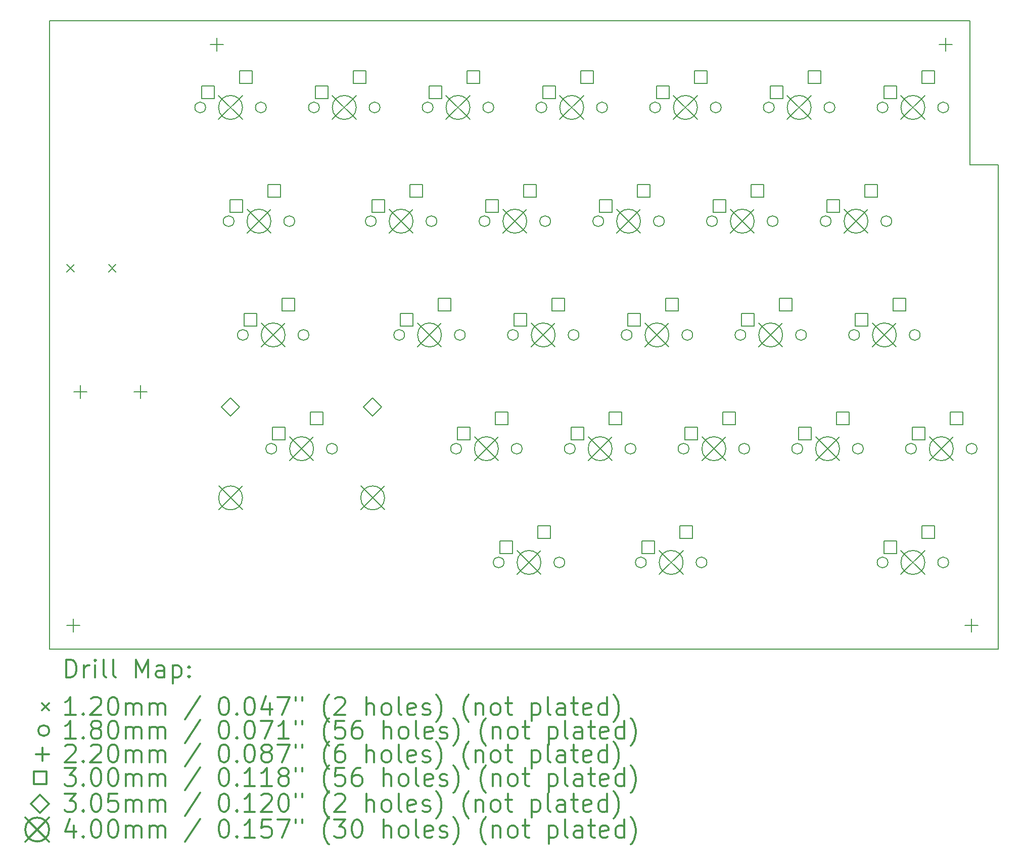
<source format=gbr>
%FSLAX45Y45*%
G04 Gerber Fmt 4.5, Leading zero omitted, Abs format (unit mm)*
G04 Created by KiCad (PCBNEW (5.0.2)-1) date 2019/03/03 0:14:22*
%MOMM*%
%LPD*%
G01*
G04 APERTURE LIST*
%ADD10C,0.150000*%
%ADD11C,0.200000*%
%ADD12C,0.300000*%
G04 APERTURE END LIST*
D10*
X17405000Y-4469000D02*
X17881000Y-4469000D01*
X17405000Y-2059000D02*
X17405000Y-4469000D01*
X1991000Y-12584000D02*
X17881000Y-12584000D01*
X1991000Y-2059000D02*
X17405000Y-2059000D01*
X17881000Y-4469000D02*
X17881000Y-12584000D01*
X1991000Y-2059000D02*
X1991000Y-12584000D01*
D11*
X2281000Y-6143000D02*
X2401000Y-6263000D01*
X2401000Y-6143000D02*
X2281000Y-6263000D01*
X2981000Y-6143000D02*
X3101000Y-6263000D01*
X3101000Y-6143000D02*
X2981000Y-6263000D01*
X16510200Y-9226000D02*
G75*
G03X16510200Y-9226000I-90000J0D01*
G01*
X17526200Y-9226000D02*
G75*
G03X17526200Y-9226000I-90000J0D01*
G01*
X8890200Y-9226000D02*
G75*
G03X8890200Y-9226000I-90000J0D01*
G01*
X9906200Y-9226000D02*
G75*
G03X9906200Y-9226000I-90000J0D01*
G01*
X5080250Y-5416000D02*
G75*
G03X5080250Y-5416000I-90000J0D01*
G01*
X6096250Y-5416000D02*
G75*
G03X6096250Y-5416000I-90000J0D01*
G01*
X9604000Y-11131000D02*
G75*
G03X9604000Y-11131000I-90000J0D01*
G01*
X10620000Y-11131000D02*
G75*
G03X10620000Y-11131000I-90000J0D01*
G01*
X12700200Y-9226000D02*
G75*
G03X12700200Y-9226000I-90000J0D01*
G01*
X13716200Y-9226000D02*
G75*
G03X13716200Y-9226000I-90000J0D01*
G01*
X13652700Y-7321000D02*
G75*
G03X13652700Y-7321000I-90000J0D01*
G01*
X14668700Y-7321000D02*
G75*
G03X14668700Y-7321000I-90000J0D01*
G01*
X6509000Y-3511000D02*
G75*
G03X6509000Y-3511000I-90000J0D01*
G01*
X7525000Y-3511000D02*
G75*
G03X7525000Y-3511000I-90000J0D01*
G01*
X15557700Y-7321000D02*
G75*
G03X15557700Y-7321000I-90000J0D01*
G01*
X16573700Y-7321000D02*
G75*
G03X16573700Y-7321000I-90000J0D01*
G01*
X16034000Y-3511000D02*
G75*
G03X16034000Y-3511000I-90000J0D01*
G01*
X17050000Y-3511000D02*
G75*
G03X17050000Y-3511000I-90000J0D01*
G01*
X11747700Y-7321000D02*
G75*
G03X11747700Y-7321000I-90000J0D01*
G01*
X12763700Y-7321000D02*
G75*
G03X12763700Y-7321000I-90000J0D01*
G01*
X5318340Y-7321000D02*
G75*
G03X5318340Y-7321000I-90000J0D01*
G01*
X6334340Y-7321000D02*
G75*
G03X6334340Y-7321000I-90000J0D01*
G01*
X7937700Y-7321000D02*
G75*
G03X7937700Y-7321000I-90000J0D01*
G01*
X8953700Y-7321000D02*
G75*
G03X8953700Y-7321000I-90000J0D01*
G01*
X8414000Y-3511000D02*
G75*
G03X8414000Y-3511000I-90000J0D01*
G01*
X9430000Y-3511000D02*
G75*
G03X9430000Y-3511000I-90000J0D01*
G01*
X5794560Y-9226000D02*
G75*
G03X5794560Y-9226000I-90000J0D01*
G01*
X6810560Y-9226000D02*
G75*
G03X6810560Y-9226000I-90000J0D01*
G01*
X9366500Y-5416000D02*
G75*
G03X9366500Y-5416000I-90000J0D01*
G01*
X10382500Y-5416000D02*
G75*
G03X10382500Y-5416000I-90000J0D01*
G01*
X14129000Y-3511000D02*
G75*
G03X14129000Y-3511000I-90000J0D01*
G01*
X15145000Y-3511000D02*
G75*
G03X15145000Y-3511000I-90000J0D01*
G01*
X15081500Y-5416000D02*
G75*
G03X15081500Y-5416000I-90000J0D01*
G01*
X16097500Y-5416000D02*
G75*
G03X16097500Y-5416000I-90000J0D01*
G01*
X12224000Y-3511000D02*
G75*
G03X12224000Y-3511000I-90000J0D01*
G01*
X13240000Y-3511000D02*
G75*
G03X13240000Y-3511000I-90000J0D01*
G01*
X13176500Y-5416000D02*
G75*
G03X13176500Y-5416000I-90000J0D01*
G01*
X14192500Y-5416000D02*
G75*
G03X14192500Y-5416000I-90000J0D01*
G01*
X7461500Y-5416000D02*
G75*
G03X7461500Y-5416000I-90000J0D01*
G01*
X8477500Y-5416000D02*
G75*
G03X8477500Y-5416000I-90000J0D01*
G01*
X14605200Y-9226000D02*
G75*
G03X14605200Y-9226000I-90000J0D01*
G01*
X15621200Y-9226000D02*
G75*
G03X15621200Y-9226000I-90000J0D01*
G01*
X11985200Y-11131000D02*
G75*
G03X11985200Y-11131000I-90000J0D01*
G01*
X13001200Y-11131000D02*
G75*
G03X13001200Y-11131000I-90000J0D01*
G01*
X10319000Y-3511000D02*
G75*
G03X10319000Y-3511000I-90000J0D01*
G01*
X11335000Y-3511000D02*
G75*
G03X11335000Y-3511000I-90000J0D01*
G01*
X9842700Y-7321000D02*
G75*
G03X9842700Y-7321000I-90000J0D01*
G01*
X10858700Y-7321000D02*
G75*
G03X10858700Y-7321000I-90000J0D01*
G01*
X4604000Y-3511000D02*
G75*
G03X4604000Y-3511000I-90000J0D01*
G01*
X5620000Y-3511000D02*
G75*
G03X5620000Y-3511000I-90000J0D01*
G01*
X16033950Y-11131000D02*
G75*
G03X16033950Y-11131000I-90000J0D01*
G01*
X17049950Y-11131000D02*
G75*
G03X17049950Y-11131000I-90000J0D01*
G01*
X10795200Y-9226000D02*
G75*
G03X10795200Y-9226000I-90000J0D01*
G01*
X11811200Y-9226000D02*
G75*
G03X11811200Y-9226000I-90000J0D01*
G01*
X11271500Y-5416000D02*
G75*
G03X11271500Y-5416000I-90000J0D01*
G01*
X12287500Y-5416000D02*
G75*
G03X12287500Y-5416000I-90000J0D01*
G01*
X2391000Y-12074000D02*
X2391000Y-12294000D01*
X2281000Y-12184000D02*
X2501000Y-12184000D01*
X2510750Y-8163000D02*
X2510750Y-8383000D01*
X2400750Y-8273000D02*
X2620750Y-8273000D01*
X17432000Y-12074000D02*
X17432000Y-12294000D01*
X17322000Y-12184000D02*
X17542000Y-12184000D01*
X3510750Y-8163000D02*
X3510750Y-8383000D01*
X3400750Y-8273000D02*
X3620750Y-8273000D01*
X4791000Y-2349000D02*
X4791000Y-2569000D01*
X4681000Y-2459000D02*
X4901000Y-2459000D01*
X17005000Y-2350000D02*
X17005000Y-2570000D01*
X16895000Y-2460000D02*
X17115000Y-2460000D01*
X9985767Y-7173067D02*
X9985767Y-6960933D01*
X9773633Y-6960933D01*
X9773633Y-7173067D01*
X9985767Y-7173067D01*
X10620767Y-6919067D02*
X10620767Y-6706933D01*
X10408633Y-6706933D01*
X10408633Y-6919067D01*
X10620767Y-6919067D01*
X4747067Y-3363067D02*
X4747067Y-3150933D01*
X4534933Y-3150933D01*
X4534933Y-3363067D01*
X4747067Y-3363067D01*
X5382067Y-3109067D02*
X5382067Y-2896933D01*
X5169933Y-2896933D01*
X5169933Y-3109067D01*
X5382067Y-3109067D01*
X16177017Y-10983067D02*
X16177017Y-10770933D01*
X15964883Y-10770933D01*
X15964883Y-10983067D01*
X16177017Y-10983067D01*
X16812017Y-10729067D02*
X16812017Y-10516933D01*
X16599883Y-10516933D01*
X16599883Y-10729067D01*
X16812017Y-10729067D01*
X10938267Y-9078067D02*
X10938267Y-8865933D01*
X10726133Y-8865933D01*
X10726133Y-9078067D01*
X10938267Y-9078067D01*
X11573267Y-8824067D02*
X11573267Y-8611933D01*
X11361133Y-8611933D01*
X11361133Y-8824067D01*
X11573267Y-8824067D01*
X11414567Y-5268067D02*
X11414567Y-5055933D01*
X11202433Y-5055933D01*
X11202433Y-5268067D01*
X11414567Y-5268067D01*
X12049567Y-5014067D02*
X12049567Y-4801933D01*
X11837433Y-4801933D01*
X11837433Y-5014067D01*
X12049567Y-5014067D01*
X16653267Y-9078067D02*
X16653267Y-8865933D01*
X16441133Y-8865933D01*
X16441133Y-9078067D01*
X16653267Y-9078067D01*
X17288267Y-8824067D02*
X17288267Y-8611933D01*
X17076133Y-8611933D01*
X17076133Y-8824067D01*
X17288267Y-8824067D01*
X9033267Y-9078067D02*
X9033267Y-8865933D01*
X8821133Y-8865933D01*
X8821133Y-9078067D01*
X9033267Y-9078067D01*
X9668267Y-8824067D02*
X9668267Y-8611933D01*
X9456133Y-8611933D01*
X9456133Y-8824067D01*
X9668267Y-8824067D01*
X5223317Y-5268067D02*
X5223317Y-5055933D01*
X5011183Y-5055933D01*
X5011183Y-5268067D01*
X5223317Y-5268067D01*
X5858317Y-5014067D02*
X5858317Y-4801933D01*
X5646183Y-4801933D01*
X5646183Y-5014067D01*
X5858317Y-5014067D01*
X9747067Y-10983067D02*
X9747067Y-10770933D01*
X9534933Y-10770933D01*
X9534933Y-10983067D01*
X9747067Y-10983067D01*
X10382067Y-10729067D02*
X10382067Y-10516933D01*
X10169933Y-10516933D01*
X10169933Y-10729067D01*
X10382067Y-10729067D01*
X12843267Y-9078067D02*
X12843267Y-8865933D01*
X12631133Y-8865933D01*
X12631133Y-9078067D01*
X12843267Y-9078067D01*
X13478267Y-8824067D02*
X13478267Y-8611933D01*
X13266133Y-8611933D01*
X13266133Y-8824067D01*
X13478267Y-8824067D01*
X13795767Y-7173067D02*
X13795767Y-6960933D01*
X13583633Y-6960933D01*
X13583633Y-7173067D01*
X13795767Y-7173067D01*
X14430767Y-6919067D02*
X14430767Y-6706933D01*
X14218633Y-6706933D01*
X14218633Y-6919067D01*
X14430767Y-6919067D01*
X6652067Y-3363067D02*
X6652067Y-3150933D01*
X6439933Y-3150933D01*
X6439933Y-3363067D01*
X6652067Y-3363067D01*
X7287067Y-3109067D02*
X7287067Y-2896933D01*
X7074933Y-2896933D01*
X7074933Y-3109067D01*
X7287067Y-3109067D01*
X15700767Y-7173067D02*
X15700767Y-6960933D01*
X15488633Y-6960933D01*
X15488633Y-7173067D01*
X15700767Y-7173067D01*
X16335767Y-6919067D02*
X16335767Y-6706933D01*
X16123633Y-6706933D01*
X16123633Y-6919067D01*
X16335767Y-6919067D01*
X16177067Y-3363067D02*
X16177067Y-3150933D01*
X15964933Y-3150933D01*
X15964933Y-3363067D01*
X16177067Y-3363067D01*
X16812067Y-3109067D02*
X16812067Y-2896933D01*
X16599933Y-2896933D01*
X16599933Y-3109067D01*
X16812067Y-3109067D01*
X11890767Y-7173067D02*
X11890767Y-6960933D01*
X11678633Y-6960933D01*
X11678633Y-7173067D01*
X11890767Y-7173067D01*
X12525767Y-6919067D02*
X12525767Y-6706933D01*
X12313633Y-6706933D01*
X12313633Y-6919067D01*
X12525767Y-6919067D01*
X5461407Y-7173067D02*
X5461407Y-6960933D01*
X5249273Y-6960933D01*
X5249273Y-7173067D01*
X5461407Y-7173067D01*
X6096407Y-6919067D02*
X6096407Y-6706933D01*
X5884273Y-6706933D01*
X5884273Y-6919067D01*
X6096407Y-6919067D01*
X8080767Y-7173067D02*
X8080767Y-6960933D01*
X7868633Y-6960933D01*
X7868633Y-7173067D01*
X8080767Y-7173067D01*
X8715767Y-6919067D02*
X8715767Y-6706933D01*
X8503633Y-6706933D01*
X8503633Y-6919067D01*
X8715767Y-6919067D01*
X8557067Y-3363067D02*
X8557067Y-3150933D01*
X8344933Y-3150933D01*
X8344933Y-3363067D01*
X8557067Y-3363067D01*
X9192067Y-3109067D02*
X9192067Y-2896933D01*
X8979933Y-2896933D01*
X8979933Y-3109067D01*
X9192067Y-3109067D01*
X5937627Y-9078067D02*
X5937627Y-8865933D01*
X5725493Y-8865933D01*
X5725493Y-9078067D01*
X5937627Y-9078067D01*
X6572627Y-8824067D02*
X6572627Y-8611933D01*
X6360493Y-8611933D01*
X6360493Y-8824067D01*
X6572627Y-8824067D01*
X9509567Y-5268067D02*
X9509567Y-5055933D01*
X9297433Y-5055933D01*
X9297433Y-5268067D01*
X9509567Y-5268067D01*
X10144567Y-5014067D02*
X10144567Y-4801933D01*
X9932433Y-4801933D01*
X9932433Y-5014067D01*
X10144567Y-5014067D01*
X14272067Y-3363067D02*
X14272067Y-3150933D01*
X14059933Y-3150933D01*
X14059933Y-3363067D01*
X14272067Y-3363067D01*
X14907067Y-3109067D02*
X14907067Y-2896933D01*
X14694933Y-2896933D01*
X14694933Y-3109067D01*
X14907067Y-3109067D01*
X15224567Y-5268067D02*
X15224567Y-5055933D01*
X15012433Y-5055933D01*
X15012433Y-5268067D01*
X15224567Y-5268067D01*
X15859567Y-5014067D02*
X15859567Y-4801933D01*
X15647433Y-4801933D01*
X15647433Y-5014067D01*
X15859567Y-5014067D01*
X12367067Y-3363067D02*
X12367067Y-3150933D01*
X12154933Y-3150933D01*
X12154933Y-3363067D01*
X12367067Y-3363067D01*
X13002067Y-3109067D02*
X13002067Y-2896933D01*
X12789933Y-2896933D01*
X12789933Y-3109067D01*
X13002067Y-3109067D01*
X13319567Y-5268067D02*
X13319567Y-5055933D01*
X13107433Y-5055933D01*
X13107433Y-5268067D01*
X13319567Y-5268067D01*
X13954567Y-5014067D02*
X13954567Y-4801933D01*
X13742433Y-4801933D01*
X13742433Y-5014067D01*
X13954567Y-5014067D01*
X7604567Y-5268067D02*
X7604567Y-5055933D01*
X7392433Y-5055933D01*
X7392433Y-5268067D01*
X7604567Y-5268067D01*
X8239567Y-5014067D02*
X8239567Y-4801933D01*
X8027433Y-4801933D01*
X8027433Y-5014067D01*
X8239567Y-5014067D01*
X14748267Y-9078067D02*
X14748267Y-8865933D01*
X14536133Y-8865933D01*
X14536133Y-9078067D01*
X14748267Y-9078067D01*
X15383267Y-8824067D02*
X15383267Y-8611933D01*
X15171133Y-8611933D01*
X15171133Y-8824067D01*
X15383267Y-8824067D01*
X12128267Y-10983067D02*
X12128267Y-10770933D01*
X11916133Y-10770933D01*
X11916133Y-10983067D01*
X12128267Y-10983067D01*
X12763267Y-10729067D02*
X12763267Y-10516933D01*
X12551133Y-10516933D01*
X12551133Y-10729067D01*
X12763267Y-10729067D01*
X10462067Y-3363067D02*
X10462067Y-3150933D01*
X10249933Y-3150933D01*
X10249933Y-3363067D01*
X10462067Y-3363067D01*
X11097067Y-3109067D02*
X11097067Y-2896933D01*
X10884933Y-2896933D01*
X10884933Y-3109067D01*
X11097067Y-3109067D01*
X5022560Y-8678500D02*
X5175060Y-8526000D01*
X5022560Y-8373500D01*
X4870060Y-8526000D01*
X5022560Y-8678500D01*
X7402560Y-8678500D02*
X7555060Y-8526000D01*
X7402560Y-8373500D01*
X7250060Y-8526000D01*
X7402560Y-8678500D01*
X9584500Y-5216000D02*
X9984500Y-5616000D01*
X9984500Y-5216000D02*
X9584500Y-5616000D01*
X9984500Y-5416000D02*
G75*
G03X9984500Y-5416000I-200000J0D01*
G01*
X14347000Y-3311000D02*
X14747000Y-3711000D01*
X14747000Y-3311000D02*
X14347000Y-3711000D01*
X14747000Y-3511000D02*
G75*
G03X14747000Y-3511000I-200000J0D01*
G01*
X15299500Y-5216000D02*
X15699500Y-5616000D01*
X15699500Y-5216000D02*
X15299500Y-5616000D01*
X15699500Y-5416000D02*
G75*
G03X15699500Y-5416000I-200000J0D01*
G01*
X12442000Y-3311000D02*
X12842000Y-3711000D01*
X12842000Y-3311000D02*
X12442000Y-3711000D01*
X12842000Y-3511000D02*
G75*
G03X12842000Y-3511000I-200000J0D01*
G01*
X13394500Y-5216000D02*
X13794500Y-5616000D01*
X13794500Y-5216000D02*
X13394500Y-5616000D01*
X13794500Y-5416000D02*
G75*
G03X13794500Y-5416000I-200000J0D01*
G01*
X7679500Y-5216000D02*
X8079500Y-5616000D01*
X8079500Y-5216000D02*
X7679500Y-5616000D01*
X8079500Y-5416000D02*
G75*
G03X8079500Y-5416000I-200000J0D01*
G01*
X14823200Y-9026000D02*
X15223200Y-9426000D01*
X15223200Y-9026000D02*
X14823200Y-9426000D01*
X15223200Y-9226000D02*
G75*
G03X15223200Y-9226000I-200000J0D01*
G01*
X12203200Y-10931000D02*
X12603200Y-11331000D01*
X12603200Y-10931000D02*
X12203200Y-11331000D01*
X12603200Y-11131000D02*
G75*
G03X12603200Y-11131000I-200000J0D01*
G01*
X10537000Y-3311000D02*
X10937000Y-3711000D01*
X10937000Y-3311000D02*
X10537000Y-3711000D01*
X10937000Y-3511000D02*
G75*
G03X10937000Y-3511000I-200000J0D01*
G01*
X10060700Y-7121000D02*
X10460700Y-7521000D01*
X10460700Y-7121000D02*
X10060700Y-7521000D01*
X10460700Y-7321000D02*
G75*
G03X10460700Y-7321000I-200000J0D01*
G01*
X4822000Y-3311000D02*
X5222000Y-3711000D01*
X5222000Y-3311000D02*
X4822000Y-3711000D01*
X5222000Y-3511000D02*
G75*
G03X5222000Y-3511000I-200000J0D01*
G01*
X16251950Y-10931000D02*
X16651950Y-11331000D01*
X16651950Y-10931000D02*
X16251950Y-11331000D01*
X16651950Y-11131000D02*
G75*
G03X16651950Y-11131000I-200000J0D01*
G01*
X11013200Y-9026000D02*
X11413200Y-9426000D01*
X11413200Y-9026000D02*
X11013200Y-9426000D01*
X11413200Y-9226000D02*
G75*
G03X11413200Y-9226000I-200000J0D01*
G01*
X11489500Y-5216000D02*
X11889500Y-5616000D01*
X11889500Y-5216000D02*
X11489500Y-5616000D01*
X11889500Y-5416000D02*
G75*
G03X11889500Y-5416000I-200000J0D01*
G01*
X16728200Y-9026000D02*
X17128200Y-9426000D01*
X17128200Y-9026000D02*
X16728200Y-9426000D01*
X17128200Y-9226000D02*
G75*
G03X17128200Y-9226000I-200000J0D01*
G01*
X9108200Y-9026000D02*
X9508200Y-9426000D01*
X9508200Y-9026000D02*
X9108200Y-9426000D01*
X9508200Y-9226000D02*
G75*
G03X9508200Y-9226000I-200000J0D01*
G01*
X5298250Y-5216000D02*
X5698250Y-5616000D01*
X5698250Y-5216000D02*
X5298250Y-5616000D01*
X5698250Y-5416000D02*
G75*
G03X5698250Y-5416000I-200000J0D01*
G01*
X9822000Y-10931000D02*
X10222000Y-11331000D01*
X10222000Y-10931000D02*
X9822000Y-11331000D01*
X10222000Y-11131000D02*
G75*
G03X10222000Y-11131000I-200000J0D01*
G01*
X12918200Y-9026000D02*
X13318200Y-9426000D01*
X13318200Y-9026000D02*
X12918200Y-9426000D01*
X13318200Y-9226000D02*
G75*
G03X13318200Y-9226000I-200000J0D01*
G01*
X13870700Y-7121000D02*
X14270700Y-7521000D01*
X14270700Y-7121000D02*
X13870700Y-7521000D01*
X14270700Y-7321000D02*
G75*
G03X14270700Y-7321000I-200000J0D01*
G01*
X6727000Y-3311000D02*
X7127000Y-3711000D01*
X7127000Y-3311000D02*
X6727000Y-3711000D01*
X7127000Y-3511000D02*
G75*
G03X7127000Y-3511000I-200000J0D01*
G01*
X15775700Y-7121000D02*
X16175700Y-7521000D01*
X16175700Y-7121000D02*
X15775700Y-7521000D01*
X16175700Y-7321000D02*
G75*
G03X16175700Y-7321000I-200000J0D01*
G01*
X16252000Y-3311000D02*
X16652000Y-3711000D01*
X16652000Y-3311000D02*
X16252000Y-3711000D01*
X16652000Y-3511000D02*
G75*
G03X16652000Y-3511000I-200000J0D01*
G01*
X11965700Y-7121000D02*
X12365700Y-7521000D01*
X12365700Y-7121000D02*
X11965700Y-7521000D01*
X12365700Y-7321000D02*
G75*
G03X12365700Y-7321000I-200000J0D01*
G01*
X5536340Y-7121000D02*
X5936340Y-7521000D01*
X5936340Y-7121000D02*
X5536340Y-7521000D01*
X5936340Y-7321000D02*
G75*
G03X5936340Y-7321000I-200000J0D01*
G01*
X8155700Y-7121000D02*
X8555700Y-7521000D01*
X8555700Y-7121000D02*
X8155700Y-7521000D01*
X8555700Y-7321000D02*
G75*
G03X8555700Y-7321000I-200000J0D01*
G01*
X8632000Y-3311000D02*
X9032000Y-3711000D01*
X9032000Y-3311000D02*
X8632000Y-3711000D01*
X9032000Y-3511000D02*
G75*
G03X9032000Y-3511000I-200000J0D01*
G01*
X4822560Y-9850000D02*
X5222560Y-10250000D01*
X5222560Y-9850000D02*
X4822560Y-10250000D01*
X5222560Y-10050000D02*
G75*
G03X5222560Y-10050000I-200000J0D01*
G01*
X6012560Y-9026000D02*
X6412560Y-9426000D01*
X6412560Y-9026000D02*
X6012560Y-9426000D01*
X6412560Y-9226000D02*
G75*
G03X6412560Y-9226000I-200000J0D01*
G01*
X7202560Y-9850000D02*
X7602560Y-10250000D01*
X7602560Y-9850000D02*
X7202560Y-10250000D01*
X7602560Y-10050000D02*
G75*
G03X7602560Y-10050000I-200000J0D01*
G01*
D12*
X2269928Y-13057214D02*
X2269928Y-12757214D01*
X2341357Y-12757214D01*
X2384214Y-12771500D01*
X2412786Y-12800071D01*
X2427071Y-12828643D01*
X2441357Y-12885786D01*
X2441357Y-12928643D01*
X2427071Y-12985786D01*
X2412786Y-13014357D01*
X2384214Y-13042929D01*
X2341357Y-13057214D01*
X2269928Y-13057214D01*
X2569928Y-13057214D02*
X2569928Y-12857214D01*
X2569928Y-12914357D02*
X2584214Y-12885786D01*
X2598500Y-12871500D01*
X2627071Y-12857214D01*
X2655643Y-12857214D01*
X2755643Y-13057214D02*
X2755643Y-12857214D01*
X2755643Y-12757214D02*
X2741357Y-12771500D01*
X2755643Y-12785786D01*
X2769928Y-12771500D01*
X2755643Y-12757214D01*
X2755643Y-12785786D01*
X2941357Y-13057214D02*
X2912786Y-13042929D01*
X2898500Y-13014357D01*
X2898500Y-12757214D01*
X3098500Y-13057214D02*
X3069928Y-13042929D01*
X3055643Y-13014357D01*
X3055643Y-12757214D01*
X3441357Y-13057214D02*
X3441357Y-12757214D01*
X3541357Y-12971500D01*
X3641357Y-12757214D01*
X3641357Y-13057214D01*
X3912786Y-13057214D02*
X3912786Y-12900071D01*
X3898500Y-12871500D01*
X3869928Y-12857214D01*
X3812786Y-12857214D01*
X3784214Y-12871500D01*
X3912786Y-13042929D02*
X3884214Y-13057214D01*
X3812786Y-13057214D01*
X3784214Y-13042929D01*
X3769928Y-13014357D01*
X3769928Y-12985786D01*
X3784214Y-12957214D01*
X3812786Y-12942929D01*
X3884214Y-12942929D01*
X3912786Y-12928643D01*
X4055643Y-12857214D02*
X4055643Y-13157214D01*
X4055643Y-12871500D02*
X4084214Y-12857214D01*
X4141357Y-12857214D01*
X4169928Y-12871500D01*
X4184214Y-12885786D01*
X4198500Y-12914357D01*
X4198500Y-13000071D01*
X4184214Y-13028643D01*
X4169928Y-13042929D01*
X4141357Y-13057214D01*
X4084214Y-13057214D01*
X4055643Y-13042929D01*
X4327071Y-13028643D02*
X4341357Y-13042929D01*
X4327071Y-13057214D01*
X4312786Y-13042929D01*
X4327071Y-13028643D01*
X4327071Y-13057214D01*
X4327071Y-12871500D02*
X4341357Y-12885786D01*
X4327071Y-12900071D01*
X4312786Y-12885786D01*
X4327071Y-12871500D01*
X4327071Y-12900071D01*
X1863500Y-13491500D02*
X1983500Y-13611500D01*
X1983500Y-13491500D02*
X1863500Y-13611500D01*
X2427071Y-13687214D02*
X2255643Y-13687214D01*
X2341357Y-13687214D02*
X2341357Y-13387214D01*
X2312786Y-13430071D01*
X2284214Y-13458643D01*
X2255643Y-13472929D01*
X2555643Y-13658643D02*
X2569928Y-13672929D01*
X2555643Y-13687214D01*
X2541357Y-13672929D01*
X2555643Y-13658643D01*
X2555643Y-13687214D01*
X2684214Y-13415786D02*
X2698500Y-13401500D01*
X2727071Y-13387214D01*
X2798500Y-13387214D01*
X2827071Y-13401500D01*
X2841357Y-13415786D01*
X2855643Y-13444357D01*
X2855643Y-13472929D01*
X2841357Y-13515786D01*
X2669928Y-13687214D01*
X2855643Y-13687214D01*
X3041357Y-13387214D02*
X3069928Y-13387214D01*
X3098500Y-13401500D01*
X3112786Y-13415786D01*
X3127071Y-13444357D01*
X3141357Y-13501500D01*
X3141357Y-13572929D01*
X3127071Y-13630071D01*
X3112786Y-13658643D01*
X3098500Y-13672929D01*
X3069928Y-13687214D01*
X3041357Y-13687214D01*
X3012786Y-13672929D01*
X2998500Y-13658643D01*
X2984214Y-13630071D01*
X2969928Y-13572929D01*
X2969928Y-13501500D01*
X2984214Y-13444357D01*
X2998500Y-13415786D01*
X3012786Y-13401500D01*
X3041357Y-13387214D01*
X3269928Y-13687214D02*
X3269928Y-13487214D01*
X3269928Y-13515786D02*
X3284214Y-13501500D01*
X3312786Y-13487214D01*
X3355643Y-13487214D01*
X3384214Y-13501500D01*
X3398500Y-13530071D01*
X3398500Y-13687214D01*
X3398500Y-13530071D02*
X3412786Y-13501500D01*
X3441357Y-13487214D01*
X3484214Y-13487214D01*
X3512786Y-13501500D01*
X3527071Y-13530071D01*
X3527071Y-13687214D01*
X3669928Y-13687214D02*
X3669928Y-13487214D01*
X3669928Y-13515786D02*
X3684214Y-13501500D01*
X3712786Y-13487214D01*
X3755643Y-13487214D01*
X3784214Y-13501500D01*
X3798500Y-13530071D01*
X3798500Y-13687214D01*
X3798500Y-13530071D02*
X3812786Y-13501500D01*
X3841357Y-13487214D01*
X3884214Y-13487214D01*
X3912786Y-13501500D01*
X3927071Y-13530071D01*
X3927071Y-13687214D01*
X4512786Y-13372929D02*
X4255643Y-13758643D01*
X4898500Y-13387214D02*
X4927071Y-13387214D01*
X4955643Y-13401500D01*
X4969928Y-13415786D01*
X4984214Y-13444357D01*
X4998500Y-13501500D01*
X4998500Y-13572929D01*
X4984214Y-13630071D01*
X4969928Y-13658643D01*
X4955643Y-13672929D01*
X4927071Y-13687214D01*
X4898500Y-13687214D01*
X4869928Y-13672929D01*
X4855643Y-13658643D01*
X4841357Y-13630071D01*
X4827071Y-13572929D01*
X4827071Y-13501500D01*
X4841357Y-13444357D01*
X4855643Y-13415786D01*
X4869928Y-13401500D01*
X4898500Y-13387214D01*
X5127071Y-13658643D02*
X5141357Y-13672929D01*
X5127071Y-13687214D01*
X5112786Y-13672929D01*
X5127071Y-13658643D01*
X5127071Y-13687214D01*
X5327071Y-13387214D02*
X5355643Y-13387214D01*
X5384214Y-13401500D01*
X5398500Y-13415786D01*
X5412786Y-13444357D01*
X5427071Y-13501500D01*
X5427071Y-13572929D01*
X5412786Y-13630071D01*
X5398500Y-13658643D01*
X5384214Y-13672929D01*
X5355643Y-13687214D01*
X5327071Y-13687214D01*
X5298500Y-13672929D01*
X5284214Y-13658643D01*
X5269928Y-13630071D01*
X5255643Y-13572929D01*
X5255643Y-13501500D01*
X5269928Y-13444357D01*
X5284214Y-13415786D01*
X5298500Y-13401500D01*
X5327071Y-13387214D01*
X5684214Y-13487214D02*
X5684214Y-13687214D01*
X5612786Y-13372929D02*
X5541357Y-13587214D01*
X5727071Y-13587214D01*
X5812786Y-13387214D02*
X6012786Y-13387214D01*
X5884214Y-13687214D01*
X6112786Y-13387214D02*
X6112786Y-13444357D01*
X6227071Y-13387214D02*
X6227071Y-13444357D01*
X6669928Y-13801500D02*
X6655643Y-13787214D01*
X6627071Y-13744357D01*
X6612786Y-13715786D01*
X6598500Y-13672929D01*
X6584214Y-13601500D01*
X6584214Y-13544357D01*
X6598500Y-13472929D01*
X6612786Y-13430071D01*
X6627071Y-13401500D01*
X6655643Y-13358643D01*
X6669928Y-13344357D01*
X6769928Y-13415786D02*
X6784214Y-13401500D01*
X6812786Y-13387214D01*
X6884214Y-13387214D01*
X6912786Y-13401500D01*
X6927071Y-13415786D01*
X6941357Y-13444357D01*
X6941357Y-13472929D01*
X6927071Y-13515786D01*
X6755643Y-13687214D01*
X6941357Y-13687214D01*
X7298500Y-13687214D02*
X7298500Y-13387214D01*
X7427071Y-13687214D02*
X7427071Y-13530071D01*
X7412786Y-13501500D01*
X7384214Y-13487214D01*
X7341357Y-13487214D01*
X7312786Y-13501500D01*
X7298500Y-13515786D01*
X7612786Y-13687214D02*
X7584214Y-13672929D01*
X7569928Y-13658643D01*
X7555643Y-13630071D01*
X7555643Y-13544357D01*
X7569928Y-13515786D01*
X7584214Y-13501500D01*
X7612786Y-13487214D01*
X7655643Y-13487214D01*
X7684214Y-13501500D01*
X7698500Y-13515786D01*
X7712786Y-13544357D01*
X7712786Y-13630071D01*
X7698500Y-13658643D01*
X7684214Y-13672929D01*
X7655643Y-13687214D01*
X7612786Y-13687214D01*
X7884214Y-13687214D02*
X7855643Y-13672929D01*
X7841357Y-13644357D01*
X7841357Y-13387214D01*
X8112786Y-13672929D02*
X8084214Y-13687214D01*
X8027071Y-13687214D01*
X7998500Y-13672929D01*
X7984214Y-13644357D01*
X7984214Y-13530071D01*
X7998500Y-13501500D01*
X8027071Y-13487214D01*
X8084214Y-13487214D01*
X8112786Y-13501500D01*
X8127071Y-13530071D01*
X8127071Y-13558643D01*
X7984214Y-13587214D01*
X8241357Y-13672929D02*
X8269928Y-13687214D01*
X8327071Y-13687214D01*
X8355643Y-13672929D01*
X8369928Y-13644357D01*
X8369928Y-13630071D01*
X8355643Y-13601500D01*
X8327071Y-13587214D01*
X8284214Y-13587214D01*
X8255643Y-13572929D01*
X8241357Y-13544357D01*
X8241357Y-13530071D01*
X8255643Y-13501500D01*
X8284214Y-13487214D01*
X8327071Y-13487214D01*
X8355643Y-13501500D01*
X8469928Y-13801500D02*
X8484214Y-13787214D01*
X8512786Y-13744357D01*
X8527071Y-13715786D01*
X8541357Y-13672929D01*
X8555643Y-13601500D01*
X8555643Y-13544357D01*
X8541357Y-13472929D01*
X8527071Y-13430071D01*
X8512786Y-13401500D01*
X8484214Y-13358643D01*
X8469928Y-13344357D01*
X9012786Y-13801500D02*
X8998500Y-13787214D01*
X8969928Y-13744357D01*
X8955643Y-13715786D01*
X8941357Y-13672929D01*
X8927071Y-13601500D01*
X8927071Y-13544357D01*
X8941357Y-13472929D01*
X8955643Y-13430071D01*
X8969928Y-13401500D01*
X8998500Y-13358643D01*
X9012786Y-13344357D01*
X9127071Y-13487214D02*
X9127071Y-13687214D01*
X9127071Y-13515786D02*
X9141357Y-13501500D01*
X9169928Y-13487214D01*
X9212786Y-13487214D01*
X9241357Y-13501500D01*
X9255643Y-13530071D01*
X9255643Y-13687214D01*
X9441357Y-13687214D02*
X9412786Y-13672929D01*
X9398500Y-13658643D01*
X9384214Y-13630071D01*
X9384214Y-13544357D01*
X9398500Y-13515786D01*
X9412786Y-13501500D01*
X9441357Y-13487214D01*
X9484214Y-13487214D01*
X9512786Y-13501500D01*
X9527071Y-13515786D01*
X9541357Y-13544357D01*
X9541357Y-13630071D01*
X9527071Y-13658643D01*
X9512786Y-13672929D01*
X9484214Y-13687214D01*
X9441357Y-13687214D01*
X9627071Y-13487214D02*
X9741357Y-13487214D01*
X9669928Y-13387214D02*
X9669928Y-13644357D01*
X9684214Y-13672929D01*
X9712786Y-13687214D01*
X9741357Y-13687214D01*
X10069928Y-13487214D02*
X10069928Y-13787214D01*
X10069928Y-13501500D02*
X10098500Y-13487214D01*
X10155643Y-13487214D01*
X10184214Y-13501500D01*
X10198500Y-13515786D01*
X10212786Y-13544357D01*
X10212786Y-13630071D01*
X10198500Y-13658643D01*
X10184214Y-13672929D01*
X10155643Y-13687214D01*
X10098500Y-13687214D01*
X10069928Y-13672929D01*
X10384214Y-13687214D02*
X10355643Y-13672929D01*
X10341357Y-13644357D01*
X10341357Y-13387214D01*
X10627071Y-13687214D02*
X10627071Y-13530071D01*
X10612786Y-13501500D01*
X10584214Y-13487214D01*
X10527071Y-13487214D01*
X10498500Y-13501500D01*
X10627071Y-13672929D02*
X10598500Y-13687214D01*
X10527071Y-13687214D01*
X10498500Y-13672929D01*
X10484214Y-13644357D01*
X10484214Y-13615786D01*
X10498500Y-13587214D01*
X10527071Y-13572929D01*
X10598500Y-13572929D01*
X10627071Y-13558643D01*
X10727071Y-13487214D02*
X10841357Y-13487214D01*
X10769928Y-13387214D02*
X10769928Y-13644357D01*
X10784214Y-13672929D01*
X10812786Y-13687214D01*
X10841357Y-13687214D01*
X11055643Y-13672929D02*
X11027071Y-13687214D01*
X10969928Y-13687214D01*
X10941357Y-13672929D01*
X10927071Y-13644357D01*
X10927071Y-13530071D01*
X10941357Y-13501500D01*
X10969928Y-13487214D01*
X11027071Y-13487214D01*
X11055643Y-13501500D01*
X11069928Y-13530071D01*
X11069928Y-13558643D01*
X10927071Y-13587214D01*
X11327071Y-13687214D02*
X11327071Y-13387214D01*
X11327071Y-13672929D02*
X11298500Y-13687214D01*
X11241357Y-13687214D01*
X11212786Y-13672929D01*
X11198500Y-13658643D01*
X11184214Y-13630071D01*
X11184214Y-13544357D01*
X11198500Y-13515786D01*
X11212786Y-13501500D01*
X11241357Y-13487214D01*
X11298500Y-13487214D01*
X11327071Y-13501500D01*
X11441357Y-13801500D02*
X11455643Y-13787214D01*
X11484214Y-13744357D01*
X11498500Y-13715786D01*
X11512786Y-13672929D01*
X11527071Y-13601500D01*
X11527071Y-13544357D01*
X11512786Y-13472929D01*
X11498500Y-13430071D01*
X11484214Y-13401500D01*
X11455643Y-13358643D01*
X11441357Y-13344357D01*
X1983500Y-13947500D02*
G75*
G03X1983500Y-13947500I-90000J0D01*
G01*
X2427071Y-14083214D02*
X2255643Y-14083214D01*
X2341357Y-14083214D02*
X2341357Y-13783214D01*
X2312786Y-13826071D01*
X2284214Y-13854643D01*
X2255643Y-13868929D01*
X2555643Y-14054643D02*
X2569928Y-14068929D01*
X2555643Y-14083214D01*
X2541357Y-14068929D01*
X2555643Y-14054643D01*
X2555643Y-14083214D01*
X2741357Y-13911786D02*
X2712786Y-13897500D01*
X2698500Y-13883214D01*
X2684214Y-13854643D01*
X2684214Y-13840357D01*
X2698500Y-13811786D01*
X2712786Y-13797500D01*
X2741357Y-13783214D01*
X2798500Y-13783214D01*
X2827071Y-13797500D01*
X2841357Y-13811786D01*
X2855643Y-13840357D01*
X2855643Y-13854643D01*
X2841357Y-13883214D01*
X2827071Y-13897500D01*
X2798500Y-13911786D01*
X2741357Y-13911786D01*
X2712786Y-13926071D01*
X2698500Y-13940357D01*
X2684214Y-13968929D01*
X2684214Y-14026071D01*
X2698500Y-14054643D01*
X2712786Y-14068929D01*
X2741357Y-14083214D01*
X2798500Y-14083214D01*
X2827071Y-14068929D01*
X2841357Y-14054643D01*
X2855643Y-14026071D01*
X2855643Y-13968929D01*
X2841357Y-13940357D01*
X2827071Y-13926071D01*
X2798500Y-13911786D01*
X3041357Y-13783214D02*
X3069928Y-13783214D01*
X3098500Y-13797500D01*
X3112786Y-13811786D01*
X3127071Y-13840357D01*
X3141357Y-13897500D01*
X3141357Y-13968929D01*
X3127071Y-14026071D01*
X3112786Y-14054643D01*
X3098500Y-14068929D01*
X3069928Y-14083214D01*
X3041357Y-14083214D01*
X3012786Y-14068929D01*
X2998500Y-14054643D01*
X2984214Y-14026071D01*
X2969928Y-13968929D01*
X2969928Y-13897500D01*
X2984214Y-13840357D01*
X2998500Y-13811786D01*
X3012786Y-13797500D01*
X3041357Y-13783214D01*
X3269928Y-14083214D02*
X3269928Y-13883214D01*
X3269928Y-13911786D02*
X3284214Y-13897500D01*
X3312786Y-13883214D01*
X3355643Y-13883214D01*
X3384214Y-13897500D01*
X3398500Y-13926071D01*
X3398500Y-14083214D01*
X3398500Y-13926071D02*
X3412786Y-13897500D01*
X3441357Y-13883214D01*
X3484214Y-13883214D01*
X3512786Y-13897500D01*
X3527071Y-13926071D01*
X3527071Y-14083214D01*
X3669928Y-14083214D02*
X3669928Y-13883214D01*
X3669928Y-13911786D02*
X3684214Y-13897500D01*
X3712786Y-13883214D01*
X3755643Y-13883214D01*
X3784214Y-13897500D01*
X3798500Y-13926071D01*
X3798500Y-14083214D01*
X3798500Y-13926071D02*
X3812786Y-13897500D01*
X3841357Y-13883214D01*
X3884214Y-13883214D01*
X3912786Y-13897500D01*
X3927071Y-13926071D01*
X3927071Y-14083214D01*
X4512786Y-13768929D02*
X4255643Y-14154643D01*
X4898500Y-13783214D02*
X4927071Y-13783214D01*
X4955643Y-13797500D01*
X4969928Y-13811786D01*
X4984214Y-13840357D01*
X4998500Y-13897500D01*
X4998500Y-13968929D01*
X4984214Y-14026071D01*
X4969928Y-14054643D01*
X4955643Y-14068929D01*
X4927071Y-14083214D01*
X4898500Y-14083214D01*
X4869928Y-14068929D01*
X4855643Y-14054643D01*
X4841357Y-14026071D01*
X4827071Y-13968929D01*
X4827071Y-13897500D01*
X4841357Y-13840357D01*
X4855643Y-13811786D01*
X4869928Y-13797500D01*
X4898500Y-13783214D01*
X5127071Y-14054643D02*
X5141357Y-14068929D01*
X5127071Y-14083214D01*
X5112786Y-14068929D01*
X5127071Y-14054643D01*
X5127071Y-14083214D01*
X5327071Y-13783214D02*
X5355643Y-13783214D01*
X5384214Y-13797500D01*
X5398500Y-13811786D01*
X5412786Y-13840357D01*
X5427071Y-13897500D01*
X5427071Y-13968929D01*
X5412786Y-14026071D01*
X5398500Y-14054643D01*
X5384214Y-14068929D01*
X5355643Y-14083214D01*
X5327071Y-14083214D01*
X5298500Y-14068929D01*
X5284214Y-14054643D01*
X5269928Y-14026071D01*
X5255643Y-13968929D01*
X5255643Y-13897500D01*
X5269928Y-13840357D01*
X5284214Y-13811786D01*
X5298500Y-13797500D01*
X5327071Y-13783214D01*
X5527071Y-13783214D02*
X5727071Y-13783214D01*
X5598500Y-14083214D01*
X5998500Y-14083214D02*
X5827071Y-14083214D01*
X5912786Y-14083214D02*
X5912786Y-13783214D01*
X5884214Y-13826071D01*
X5855643Y-13854643D01*
X5827071Y-13868929D01*
X6112786Y-13783214D02*
X6112786Y-13840357D01*
X6227071Y-13783214D02*
X6227071Y-13840357D01*
X6669928Y-14197500D02*
X6655643Y-14183214D01*
X6627071Y-14140357D01*
X6612786Y-14111786D01*
X6598500Y-14068929D01*
X6584214Y-13997500D01*
X6584214Y-13940357D01*
X6598500Y-13868929D01*
X6612786Y-13826071D01*
X6627071Y-13797500D01*
X6655643Y-13754643D01*
X6669928Y-13740357D01*
X6927071Y-13783214D02*
X6784214Y-13783214D01*
X6769928Y-13926071D01*
X6784214Y-13911786D01*
X6812786Y-13897500D01*
X6884214Y-13897500D01*
X6912786Y-13911786D01*
X6927071Y-13926071D01*
X6941357Y-13954643D01*
X6941357Y-14026071D01*
X6927071Y-14054643D01*
X6912786Y-14068929D01*
X6884214Y-14083214D01*
X6812786Y-14083214D01*
X6784214Y-14068929D01*
X6769928Y-14054643D01*
X7198500Y-13783214D02*
X7141357Y-13783214D01*
X7112786Y-13797500D01*
X7098500Y-13811786D01*
X7069928Y-13854643D01*
X7055643Y-13911786D01*
X7055643Y-14026071D01*
X7069928Y-14054643D01*
X7084214Y-14068929D01*
X7112786Y-14083214D01*
X7169928Y-14083214D01*
X7198500Y-14068929D01*
X7212786Y-14054643D01*
X7227071Y-14026071D01*
X7227071Y-13954643D01*
X7212786Y-13926071D01*
X7198500Y-13911786D01*
X7169928Y-13897500D01*
X7112786Y-13897500D01*
X7084214Y-13911786D01*
X7069928Y-13926071D01*
X7055643Y-13954643D01*
X7584214Y-14083214D02*
X7584214Y-13783214D01*
X7712786Y-14083214D02*
X7712786Y-13926071D01*
X7698500Y-13897500D01*
X7669928Y-13883214D01*
X7627071Y-13883214D01*
X7598500Y-13897500D01*
X7584214Y-13911786D01*
X7898500Y-14083214D02*
X7869928Y-14068929D01*
X7855643Y-14054643D01*
X7841357Y-14026071D01*
X7841357Y-13940357D01*
X7855643Y-13911786D01*
X7869928Y-13897500D01*
X7898500Y-13883214D01*
X7941357Y-13883214D01*
X7969928Y-13897500D01*
X7984214Y-13911786D01*
X7998500Y-13940357D01*
X7998500Y-14026071D01*
X7984214Y-14054643D01*
X7969928Y-14068929D01*
X7941357Y-14083214D01*
X7898500Y-14083214D01*
X8169928Y-14083214D02*
X8141357Y-14068929D01*
X8127071Y-14040357D01*
X8127071Y-13783214D01*
X8398500Y-14068929D02*
X8369928Y-14083214D01*
X8312786Y-14083214D01*
X8284214Y-14068929D01*
X8269928Y-14040357D01*
X8269928Y-13926071D01*
X8284214Y-13897500D01*
X8312786Y-13883214D01*
X8369928Y-13883214D01*
X8398500Y-13897500D01*
X8412786Y-13926071D01*
X8412786Y-13954643D01*
X8269928Y-13983214D01*
X8527071Y-14068929D02*
X8555643Y-14083214D01*
X8612786Y-14083214D01*
X8641357Y-14068929D01*
X8655643Y-14040357D01*
X8655643Y-14026071D01*
X8641357Y-13997500D01*
X8612786Y-13983214D01*
X8569928Y-13983214D01*
X8541357Y-13968929D01*
X8527071Y-13940357D01*
X8527071Y-13926071D01*
X8541357Y-13897500D01*
X8569928Y-13883214D01*
X8612786Y-13883214D01*
X8641357Y-13897500D01*
X8755643Y-14197500D02*
X8769928Y-14183214D01*
X8798500Y-14140357D01*
X8812786Y-14111786D01*
X8827071Y-14068929D01*
X8841357Y-13997500D01*
X8841357Y-13940357D01*
X8827071Y-13868929D01*
X8812786Y-13826071D01*
X8798500Y-13797500D01*
X8769928Y-13754643D01*
X8755643Y-13740357D01*
X9298500Y-14197500D02*
X9284214Y-14183214D01*
X9255643Y-14140357D01*
X9241357Y-14111786D01*
X9227071Y-14068929D01*
X9212786Y-13997500D01*
X9212786Y-13940357D01*
X9227071Y-13868929D01*
X9241357Y-13826071D01*
X9255643Y-13797500D01*
X9284214Y-13754643D01*
X9298500Y-13740357D01*
X9412786Y-13883214D02*
X9412786Y-14083214D01*
X9412786Y-13911786D02*
X9427071Y-13897500D01*
X9455643Y-13883214D01*
X9498500Y-13883214D01*
X9527071Y-13897500D01*
X9541357Y-13926071D01*
X9541357Y-14083214D01*
X9727071Y-14083214D02*
X9698500Y-14068929D01*
X9684214Y-14054643D01*
X9669928Y-14026071D01*
X9669928Y-13940357D01*
X9684214Y-13911786D01*
X9698500Y-13897500D01*
X9727071Y-13883214D01*
X9769928Y-13883214D01*
X9798500Y-13897500D01*
X9812786Y-13911786D01*
X9827071Y-13940357D01*
X9827071Y-14026071D01*
X9812786Y-14054643D01*
X9798500Y-14068929D01*
X9769928Y-14083214D01*
X9727071Y-14083214D01*
X9912786Y-13883214D02*
X10027071Y-13883214D01*
X9955643Y-13783214D02*
X9955643Y-14040357D01*
X9969928Y-14068929D01*
X9998500Y-14083214D01*
X10027071Y-14083214D01*
X10355643Y-13883214D02*
X10355643Y-14183214D01*
X10355643Y-13897500D02*
X10384214Y-13883214D01*
X10441357Y-13883214D01*
X10469928Y-13897500D01*
X10484214Y-13911786D01*
X10498500Y-13940357D01*
X10498500Y-14026071D01*
X10484214Y-14054643D01*
X10469928Y-14068929D01*
X10441357Y-14083214D01*
X10384214Y-14083214D01*
X10355643Y-14068929D01*
X10669928Y-14083214D02*
X10641357Y-14068929D01*
X10627071Y-14040357D01*
X10627071Y-13783214D01*
X10912786Y-14083214D02*
X10912786Y-13926071D01*
X10898500Y-13897500D01*
X10869928Y-13883214D01*
X10812786Y-13883214D01*
X10784214Y-13897500D01*
X10912786Y-14068929D02*
X10884214Y-14083214D01*
X10812786Y-14083214D01*
X10784214Y-14068929D01*
X10769928Y-14040357D01*
X10769928Y-14011786D01*
X10784214Y-13983214D01*
X10812786Y-13968929D01*
X10884214Y-13968929D01*
X10912786Y-13954643D01*
X11012786Y-13883214D02*
X11127071Y-13883214D01*
X11055643Y-13783214D02*
X11055643Y-14040357D01*
X11069928Y-14068929D01*
X11098500Y-14083214D01*
X11127071Y-14083214D01*
X11341357Y-14068929D02*
X11312786Y-14083214D01*
X11255643Y-14083214D01*
X11227071Y-14068929D01*
X11212786Y-14040357D01*
X11212786Y-13926071D01*
X11227071Y-13897500D01*
X11255643Y-13883214D01*
X11312786Y-13883214D01*
X11341357Y-13897500D01*
X11355643Y-13926071D01*
X11355643Y-13954643D01*
X11212786Y-13983214D01*
X11612786Y-14083214D02*
X11612786Y-13783214D01*
X11612786Y-14068929D02*
X11584214Y-14083214D01*
X11527071Y-14083214D01*
X11498500Y-14068929D01*
X11484214Y-14054643D01*
X11469928Y-14026071D01*
X11469928Y-13940357D01*
X11484214Y-13911786D01*
X11498500Y-13897500D01*
X11527071Y-13883214D01*
X11584214Y-13883214D01*
X11612786Y-13897500D01*
X11727071Y-14197500D02*
X11741357Y-14183214D01*
X11769928Y-14140357D01*
X11784214Y-14111786D01*
X11798500Y-14068929D01*
X11812786Y-13997500D01*
X11812786Y-13940357D01*
X11798500Y-13868929D01*
X11784214Y-13826071D01*
X11769928Y-13797500D01*
X11741357Y-13754643D01*
X11727071Y-13740357D01*
X1873500Y-14233500D02*
X1873500Y-14453500D01*
X1763500Y-14343500D02*
X1983500Y-14343500D01*
X2255643Y-14207786D02*
X2269928Y-14193500D01*
X2298500Y-14179214D01*
X2369928Y-14179214D01*
X2398500Y-14193500D01*
X2412786Y-14207786D01*
X2427071Y-14236357D01*
X2427071Y-14264929D01*
X2412786Y-14307786D01*
X2241357Y-14479214D01*
X2427071Y-14479214D01*
X2555643Y-14450643D02*
X2569928Y-14464929D01*
X2555643Y-14479214D01*
X2541357Y-14464929D01*
X2555643Y-14450643D01*
X2555643Y-14479214D01*
X2684214Y-14207786D02*
X2698500Y-14193500D01*
X2727071Y-14179214D01*
X2798500Y-14179214D01*
X2827071Y-14193500D01*
X2841357Y-14207786D01*
X2855643Y-14236357D01*
X2855643Y-14264929D01*
X2841357Y-14307786D01*
X2669928Y-14479214D01*
X2855643Y-14479214D01*
X3041357Y-14179214D02*
X3069928Y-14179214D01*
X3098500Y-14193500D01*
X3112786Y-14207786D01*
X3127071Y-14236357D01*
X3141357Y-14293500D01*
X3141357Y-14364929D01*
X3127071Y-14422071D01*
X3112786Y-14450643D01*
X3098500Y-14464929D01*
X3069928Y-14479214D01*
X3041357Y-14479214D01*
X3012786Y-14464929D01*
X2998500Y-14450643D01*
X2984214Y-14422071D01*
X2969928Y-14364929D01*
X2969928Y-14293500D01*
X2984214Y-14236357D01*
X2998500Y-14207786D01*
X3012786Y-14193500D01*
X3041357Y-14179214D01*
X3269928Y-14479214D02*
X3269928Y-14279214D01*
X3269928Y-14307786D02*
X3284214Y-14293500D01*
X3312786Y-14279214D01*
X3355643Y-14279214D01*
X3384214Y-14293500D01*
X3398500Y-14322071D01*
X3398500Y-14479214D01*
X3398500Y-14322071D02*
X3412786Y-14293500D01*
X3441357Y-14279214D01*
X3484214Y-14279214D01*
X3512786Y-14293500D01*
X3527071Y-14322071D01*
X3527071Y-14479214D01*
X3669928Y-14479214D02*
X3669928Y-14279214D01*
X3669928Y-14307786D02*
X3684214Y-14293500D01*
X3712786Y-14279214D01*
X3755643Y-14279214D01*
X3784214Y-14293500D01*
X3798500Y-14322071D01*
X3798500Y-14479214D01*
X3798500Y-14322071D02*
X3812786Y-14293500D01*
X3841357Y-14279214D01*
X3884214Y-14279214D01*
X3912786Y-14293500D01*
X3927071Y-14322071D01*
X3927071Y-14479214D01*
X4512786Y-14164929D02*
X4255643Y-14550643D01*
X4898500Y-14179214D02*
X4927071Y-14179214D01*
X4955643Y-14193500D01*
X4969928Y-14207786D01*
X4984214Y-14236357D01*
X4998500Y-14293500D01*
X4998500Y-14364929D01*
X4984214Y-14422071D01*
X4969928Y-14450643D01*
X4955643Y-14464929D01*
X4927071Y-14479214D01*
X4898500Y-14479214D01*
X4869928Y-14464929D01*
X4855643Y-14450643D01*
X4841357Y-14422071D01*
X4827071Y-14364929D01*
X4827071Y-14293500D01*
X4841357Y-14236357D01*
X4855643Y-14207786D01*
X4869928Y-14193500D01*
X4898500Y-14179214D01*
X5127071Y-14450643D02*
X5141357Y-14464929D01*
X5127071Y-14479214D01*
X5112786Y-14464929D01*
X5127071Y-14450643D01*
X5127071Y-14479214D01*
X5327071Y-14179214D02*
X5355643Y-14179214D01*
X5384214Y-14193500D01*
X5398500Y-14207786D01*
X5412786Y-14236357D01*
X5427071Y-14293500D01*
X5427071Y-14364929D01*
X5412786Y-14422071D01*
X5398500Y-14450643D01*
X5384214Y-14464929D01*
X5355643Y-14479214D01*
X5327071Y-14479214D01*
X5298500Y-14464929D01*
X5284214Y-14450643D01*
X5269928Y-14422071D01*
X5255643Y-14364929D01*
X5255643Y-14293500D01*
X5269928Y-14236357D01*
X5284214Y-14207786D01*
X5298500Y-14193500D01*
X5327071Y-14179214D01*
X5598500Y-14307786D02*
X5569928Y-14293500D01*
X5555643Y-14279214D01*
X5541357Y-14250643D01*
X5541357Y-14236357D01*
X5555643Y-14207786D01*
X5569928Y-14193500D01*
X5598500Y-14179214D01*
X5655643Y-14179214D01*
X5684214Y-14193500D01*
X5698500Y-14207786D01*
X5712786Y-14236357D01*
X5712786Y-14250643D01*
X5698500Y-14279214D01*
X5684214Y-14293500D01*
X5655643Y-14307786D01*
X5598500Y-14307786D01*
X5569928Y-14322071D01*
X5555643Y-14336357D01*
X5541357Y-14364929D01*
X5541357Y-14422071D01*
X5555643Y-14450643D01*
X5569928Y-14464929D01*
X5598500Y-14479214D01*
X5655643Y-14479214D01*
X5684214Y-14464929D01*
X5698500Y-14450643D01*
X5712786Y-14422071D01*
X5712786Y-14364929D01*
X5698500Y-14336357D01*
X5684214Y-14322071D01*
X5655643Y-14307786D01*
X5812786Y-14179214D02*
X6012786Y-14179214D01*
X5884214Y-14479214D01*
X6112786Y-14179214D02*
X6112786Y-14236357D01*
X6227071Y-14179214D02*
X6227071Y-14236357D01*
X6669928Y-14593500D02*
X6655643Y-14579214D01*
X6627071Y-14536357D01*
X6612786Y-14507786D01*
X6598500Y-14464929D01*
X6584214Y-14393500D01*
X6584214Y-14336357D01*
X6598500Y-14264929D01*
X6612786Y-14222071D01*
X6627071Y-14193500D01*
X6655643Y-14150643D01*
X6669928Y-14136357D01*
X6912786Y-14179214D02*
X6855643Y-14179214D01*
X6827071Y-14193500D01*
X6812786Y-14207786D01*
X6784214Y-14250643D01*
X6769928Y-14307786D01*
X6769928Y-14422071D01*
X6784214Y-14450643D01*
X6798500Y-14464929D01*
X6827071Y-14479214D01*
X6884214Y-14479214D01*
X6912786Y-14464929D01*
X6927071Y-14450643D01*
X6941357Y-14422071D01*
X6941357Y-14350643D01*
X6927071Y-14322071D01*
X6912786Y-14307786D01*
X6884214Y-14293500D01*
X6827071Y-14293500D01*
X6798500Y-14307786D01*
X6784214Y-14322071D01*
X6769928Y-14350643D01*
X7298500Y-14479214D02*
X7298500Y-14179214D01*
X7427071Y-14479214D02*
X7427071Y-14322071D01*
X7412786Y-14293500D01*
X7384214Y-14279214D01*
X7341357Y-14279214D01*
X7312786Y-14293500D01*
X7298500Y-14307786D01*
X7612786Y-14479214D02*
X7584214Y-14464929D01*
X7569928Y-14450643D01*
X7555643Y-14422071D01*
X7555643Y-14336357D01*
X7569928Y-14307786D01*
X7584214Y-14293500D01*
X7612786Y-14279214D01*
X7655643Y-14279214D01*
X7684214Y-14293500D01*
X7698500Y-14307786D01*
X7712786Y-14336357D01*
X7712786Y-14422071D01*
X7698500Y-14450643D01*
X7684214Y-14464929D01*
X7655643Y-14479214D01*
X7612786Y-14479214D01*
X7884214Y-14479214D02*
X7855643Y-14464929D01*
X7841357Y-14436357D01*
X7841357Y-14179214D01*
X8112786Y-14464929D02*
X8084214Y-14479214D01*
X8027071Y-14479214D01*
X7998500Y-14464929D01*
X7984214Y-14436357D01*
X7984214Y-14322071D01*
X7998500Y-14293500D01*
X8027071Y-14279214D01*
X8084214Y-14279214D01*
X8112786Y-14293500D01*
X8127071Y-14322071D01*
X8127071Y-14350643D01*
X7984214Y-14379214D01*
X8241357Y-14464929D02*
X8269928Y-14479214D01*
X8327071Y-14479214D01*
X8355643Y-14464929D01*
X8369928Y-14436357D01*
X8369928Y-14422071D01*
X8355643Y-14393500D01*
X8327071Y-14379214D01*
X8284214Y-14379214D01*
X8255643Y-14364929D01*
X8241357Y-14336357D01*
X8241357Y-14322071D01*
X8255643Y-14293500D01*
X8284214Y-14279214D01*
X8327071Y-14279214D01*
X8355643Y-14293500D01*
X8469928Y-14593500D02*
X8484214Y-14579214D01*
X8512786Y-14536357D01*
X8527071Y-14507786D01*
X8541357Y-14464929D01*
X8555643Y-14393500D01*
X8555643Y-14336357D01*
X8541357Y-14264929D01*
X8527071Y-14222071D01*
X8512786Y-14193500D01*
X8484214Y-14150643D01*
X8469928Y-14136357D01*
X9012786Y-14593500D02*
X8998500Y-14579214D01*
X8969928Y-14536357D01*
X8955643Y-14507786D01*
X8941357Y-14464929D01*
X8927071Y-14393500D01*
X8927071Y-14336357D01*
X8941357Y-14264929D01*
X8955643Y-14222071D01*
X8969928Y-14193500D01*
X8998500Y-14150643D01*
X9012786Y-14136357D01*
X9127071Y-14279214D02*
X9127071Y-14479214D01*
X9127071Y-14307786D02*
X9141357Y-14293500D01*
X9169928Y-14279214D01*
X9212786Y-14279214D01*
X9241357Y-14293500D01*
X9255643Y-14322071D01*
X9255643Y-14479214D01*
X9441357Y-14479214D02*
X9412786Y-14464929D01*
X9398500Y-14450643D01*
X9384214Y-14422071D01*
X9384214Y-14336357D01*
X9398500Y-14307786D01*
X9412786Y-14293500D01*
X9441357Y-14279214D01*
X9484214Y-14279214D01*
X9512786Y-14293500D01*
X9527071Y-14307786D01*
X9541357Y-14336357D01*
X9541357Y-14422071D01*
X9527071Y-14450643D01*
X9512786Y-14464929D01*
X9484214Y-14479214D01*
X9441357Y-14479214D01*
X9627071Y-14279214D02*
X9741357Y-14279214D01*
X9669928Y-14179214D02*
X9669928Y-14436357D01*
X9684214Y-14464929D01*
X9712786Y-14479214D01*
X9741357Y-14479214D01*
X10069928Y-14279214D02*
X10069928Y-14579214D01*
X10069928Y-14293500D02*
X10098500Y-14279214D01*
X10155643Y-14279214D01*
X10184214Y-14293500D01*
X10198500Y-14307786D01*
X10212786Y-14336357D01*
X10212786Y-14422071D01*
X10198500Y-14450643D01*
X10184214Y-14464929D01*
X10155643Y-14479214D01*
X10098500Y-14479214D01*
X10069928Y-14464929D01*
X10384214Y-14479214D02*
X10355643Y-14464929D01*
X10341357Y-14436357D01*
X10341357Y-14179214D01*
X10627071Y-14479214D02*
X10627071Y-14322071D01*
X10612786Y-14293500D01*
X10584214Y-14279214D01*
X10527071Y-14279214D01*
X10498500Y-14293500D01*
X10627071Y-14464929D02*
X10598500Y-14479214D01*
X10527071Y-14479214D01*
X10498500Y-14464929D01*
X10484214Y-14436357D01*
X10484214Y-14407786D01*
X10498500Y-14379214D01*
X10527071Y-14364929D01*
X10598500Y-14364929D01*
X10627071Y-14350643D01*
X10727071Y-14279214D02*
X10841357Y-14279214D01*
X10769928Y-14179214D02*
X10769928Y-14436357D01*
X10784214Y-14464929D01*
X10812786Y-14479214D01*
X10841357Y-14479214D01*
X11055643Y-14464929D02*
X11027071Y-14479214D01*
X10969928Y-14479214D01*
X10941357Y-14464929D01*
X10927071Y-14436357D01*
X10927071Y-14322071D01*
X10941357Y-14293500D01*
X10969928Y-14279214D01*
X11027071Y-14279214D01*
X11055643Y-14293500D01*
X11069928Y-14322071D01*
X11069928Y-14350643D01*
X10927071Y-14379214D01*
X11327071Y-14479214D02*
X11327071Y-14179214D01*
X11327071Y-14464929D02*
X11298500Y-14479214D01*
X11241357Y-14479214D01*
X11212786Y-14464929D01*
X11198500Y-14450643D01*
X11184214Y-14422071D01*
X11184214Y-14336357D01*
X11198500Y-14307786D01*
X11212786Y-14293500D01*
X11241357Y-14279214D01*
X11298500Y-14279214D01*
X11327071Y-14293500D01*
X11441357Y-14593500D02*
X11455643Y-14579214D01*
X11484214Y-14536357D01*
X11498500Y-14507786D01*
X11512786Y-14464929D01*
X11527071Y-14393500D01*
X11527071Y-14336357D01*
X11512786Y-14264929D01*
X11498500Y-14222071D01*
X11484214Y-14193500D01*
X11455643Y-14150643D01*
X11441357Y-14136357D01*
X1939567Y-14845567D02*
X1939567Y-14633433D01*
X1727433Y-14633433D01*
X1727433Y-14845567D01*
X1939567Y-14845567D01*
X2241357Y-14575214D02*
X2427071Y-14575214D01*
X2327071Y-14689500D01*
X2369928Y-14689500D01*
X2398500Y-14703786D01*
X2412786Y-14718071D01*
X2427071Y-14746643D01*
X2427071Y-14818071D01*
X2412786Y-14846643D01*
X2398500Y-14860929D01*
X2369928Y-14875214D01*
X2284214Y-14875214D01*
X2255643Y-14860929D01*
X2241357Y-14846643D01*
X2555643Y-14846643D02*
X2569928Y-14860929D01*
X2555643Y-14875214D01*
X2541357Y-14860929D01*
X2555643Y-14846643D01*
X2555643Y-14875214D01*
X2755643Y-14575214D02*
X2784214Y-14575214D01*
X2812786Y-14589500D01*
X2827071Y-14603786D01*
X2841357Y-14632357D01*
X2855643Y-14689500D01*
X2855643Y-14760929D01*
X2841357Y-14818071D01*
X2827071Y-14846643D01*
X2812786Y-14860929D01*
X2784214Y-14875214D01*
X2755643Y-14875214D01*
X2727071Y-14860929D01*
X2712786Y-14846643D01*
X2698500Y-14818071D01*
X2684214Y-14760929D01*
X2684214Y-14689500D01*
X2698500Y-14632357D01*
X2712786Y-14603786D01*
X2727071Y-14589500D01*
X2755643Y-14575214D01*
X3041357Y-14575214D02*
X3069928Y-14575214D01*
X3098500Y-14589500D01*
X3112786Y-14603786D01*
X3127071Y-14632357D01*
X3141357Y-14689500D01*
X3141357Y-14760929D01*
X3127071Y-14818071D01*
X3112786Y-14846643D01*
X3098500Y-14860929D01*
X3069928Y-14875214D01*
X3041357Y-14875214D01*
X3012786Y-14860929D01*
X2998500Y-14846643D01*
X2984214Y-14818071D01*
X2969928Y-14760929D01*
X2969928Y-14689500D01*
X2984214Y-14632357D01*
X2998500Y-14603786D01*
X3012786Y-14589500D01*
X3041357Y-14575214D01*
X3269928Y-14875214D02*
X3269928Y-14675214D01*
X3269928Y-14703786D02*
X3284214Y-14689500D01*
X3312786Y-14675214D01*
X3355643Y-14675214D01*
X3384214Y-14689500D01*
X3398500Y-14718071D01*
X3398500Y-14875214D01*
X3398500Y-14718071D02*
X3412786Y-14689500D01*
X3441357Y-14675214D01*
X3484214Y-14675214D01*
X3512786Y-14689500D01*
X3527071Y-14718071D01*
X3527071Y-14875214D01*
X3669928Y-14875214D02*
X3669928Y-14675214D01*
X3669928Y-14703786D02*
X3684214Y-14689500D01*
X3712786Y-14675214D01*
X3755643Y-14675214D01*
X3784214Y-14689500D01*
X3798500Y-14718071D01*
X3798500Y-14875214D01*
X3798500Y-14718071D02*
X3812786Y-14689500D01*
X3841357Y-14675214D01*
X3884214Y-14675214D01*
X3912786Y-14689500D01*
X3927071Y-14718071D01*
X3927071Y-14875214D01*
X4512786Y-14560929D02*
X4255643Y-14946643D01*
X4898500Y-14575214D02*
X4927071Y-14575214D01*
X4955643Y-14589500D01*
X4969928Y-14603786D01*
X4984214Y-14632357D01*
X4998500Y-14689500D01*
X4998500Y-14760929D01*
X4984214Y-14818071D01*
X4969928Y-14846643D01*
X4955643Y-14860929D01*
X4927071Y-14875214D01*
X4898500Y-14875214D01*
X4869928Y-14860929D01*
X4855643Y-14846643D01*
X4841357Y-14818071D01*
X4827071Y-14760929D01*
X4827071Y-14689500D01*
X4841357Y-14632357D01*
X4855643Y-14603786D01*
X4869928Y-14589500D01*
X4898500Y-14575214D01*
X5127071Y-14846643D02*
X5141357Y-14860929D01*
X5127071Y-14875214D01*
X5112786Y-14860929D01*
X5127071Y-14846643D01*
X5127071Y-14875214D01*
X5427071Y-14875214D02*
X5255643Y-14875214D01*
X5341357Y-14875214D02*
X5341357Y-14575214D01*
X5312786Y-14618071D01*
X5284214Y-14646643D01*
X5255643Y-14660929D01*
X5712786Y-14875214D02*
X5541357Y-14875214D01*
X5627071Y-14875214D02*
X5627071Y-14575214D01*
X5598500Y-14618071D01*
X5569928Y-14646643D01*
X5541357Y-14660929D01*
X5884214Y-14703786D02*
X5855643Y-14689500D01*
X5841357Y-14675214D01*
X5827071Y-14646643D01*
X5827071Y-14632357D01*
X5841357Y-14603786D01*
X5855643Y-14589500D01*
X5884214Y-14575214D01*
X5941357Y-14575214D01*
X5969928Y-14589500D01*
X5984214Y-14603786D01*
X5998500Y-14632357D01*
X5998500Y-14646643D01*
X5984214Y-14675214D01*
X5969928Y-14689500D01*
X5941357Y-14703786D01*
X5884214Y-14703786D01*
X5855643Y-14718071D01*
X5841357Y-14732357D01*
X5827071Y-14760929D01*
X5827071Y-14818071D01*
X5841357Y-14846643D01*
X5855643Y-14860929D01*
X5884214Y-14875214D01*
X5941357Y-14875214D01*
X5969928Y-14860929D01*
X5984214Y-14846643D01*
X5998500Y-14818071D01*
X5998500Y-14760929D01*
X5984214Y-14732357D01*
X5969928Y-14718071D01*
X5941357Y-14703786D01*
X6112786Y-14575214D02*
X6112786Y-14632357D01*
X6227071Y-14575214D02*
X6227071Y-14632357D01*
X6669928Y-14989500D02*
X6655643Y-14975214D01*
X6627071Y-14932357D01*
X6612786Y-14903786D01*
X6598500Y-14860929D01*
X6584214Y-14789500D01*
X6584214Y-14732357D01*
X6598500Y-14660929D01*
X6612786Y-14618071D01*
X6627071Y-14589500D01*
X6655643Y-14546643D01*
X6669928Y-14532357D01*
X6927071Y-14575214D02*
X6784214Y-14575214D01*
X6769928Y-14718071D01*
X6784214Y-14703786D01*
X6812786Y-14689500D01*
X6884214Y-14689500D01*
X6912786Y-14703786D01*
X6927071Y-14718071D01*
X6941357Y-14746643D01*
X6941357Y-14818071D01*
X6927071Y-14846643D01*
X6912786Y-14860929D01*
X6884214Y-14875214D01*
X6812786Y-14875214D01*
X6784214Y-14860929D01*
X6769928Y-14846643D01*
X7198500Y-14575214D02*
X7141357Y-14575214D01*
X7112786Y-14589500D01*
X7098500Y-14603786D01*
X7069928Y-14646643D01*
X7055643Y-14703786D01*
X7055643Y-14818071D01*
X7069928Y-14846643D01*
X7084214Y-14860929D01*
X7112786Y-14875214D01*
X7169928Y-14875214D01*
X7198500Y-14860929D01*
X7212786Y-14846643D01*
X7227071Y-14818071D01*
X7227071Y-14746643D01*
X7212786Y-14718071D01*
X7198500Y-14703786D01*
X7169928Y-14689500D01*
X7112786Y-14689500D01*
X7084214Y-14703786D01*
X7069928Y-14718071D01*
X7055643Y-14746643D01*
X7584214Y-14875214D02*
X7584214Y-14575214D01*
X7712786Y-14875214D02*
X7712786Y-14718071D01*
X7698500Y-14689500D01*
X7669928Y-14675214D01*
X7627071Y-14675214D01*
X7598500Y-14689500D01*
X7584214Y-14703786D01*
X7898500Y-14875214D02*
X7869928Y-14860929D01*
X7855643Y-14846643D01*
X7841357Y-14818071D01*
X7841357Y-14732357D01*
X7855643Y-14703786D01*
X7869928Y-14689500D01*
X7898500Y-14675214D01*
X7941357Y-14675214D01*
X7969928Y-14689500D01*
X7984214Y-14703786D01*
X7998500Y-14732357D01*
X7998500Y-14818071D01*
X7984214Y-14846643D01*
X7969928Y-14860929D01*
X7941357Y-14875214D01*
X7898500Y-14875214D01*
X8169928Y-14875214D02*
X8141357Y-14860929D01*
X8127071Y-14832357D01*
X8127071Y-14575214D01*
X8398500Y-14860929D02*
X8369928Y-14875214D01*
X8312786Y-14875214D01*
X8284214Y-14860929D01*
X8269928Y-14832357D01*
X8269928Y-14718071D01*
X8284214Y-14689500D01*
X8312786Y-14675214D01*
X8369928Y-14675214D01*
X8398500Y-14689500D01*
X8412786Y-14718071D01*
X8412786Y-14746643D01*
X8269928Y-14775214D01*
X8527071Y-14860929D02*
X8555643Y-14875214D01*
X8612786Y-14875214D01*
X8641357Y-14860929D01*
X8655643Y-14832357D01*
X8655643Y-14818071D01*
X8641357Y-14789500D01*
X8612786Y-14775214D01*
X8569928Y-14775214D01*
X8541357Y-14760929D01*
X8527071Y-14732357D01*
X8527071Y-14718071D01*
X8541357Y-14689500D01*
X8569928Y-14675214D01*
X8612786Y-14675214D01*
X8641357Y-14689500D01*
X8755643Y-14989500D02*
X8769928Y-14975214D01*
X8798500Y-14932357D01*
X8812786Y-14903786D01*
X8827071Y-14860929D01*
X8841357Y-14789500D01*
X8841357Y-14732357D01*
X8827071Y-14660929D01*
X8812786Y-14618071D01*
X8798500Y-14589500D01*
X8769928Y-14546643D01*
X8755643Y-14532357D01*
X9298500Y-14989500D02*
X9284214Y-14975214D01*
X9255643Y-14932357D01*
X9241357Y-14903786D01*
X9227071Y-14860929D01*
X9212786Y-14789500D01*
X9212786Y-14732357D01*
X9227071Y-14660929D01*
X9241357Y-14618071D01*
X9255643Y-14589500D01*
X9284214Y-14546643D01*
X9298500Y-14532357D01*
X9412786Y-14675214D02*
X9412786Y-14875214D01*
X9412786Y-14703786D02*
X9427071Y-14689500D01*
X9455643Y-14675214D01*
X9498500Y-14675214D01*
X9527071Y-14689500D01*
X9541357Y-14718071D01*
X9541357Y-14875214D01*
X9727071Y-14875214D02*
X9698500Y-14860929D01*
X9684214Y-14846643D01*
X9669928Y-14818071D01*
X9669928Y-14732357D01*
X9684214Y-14703786D01*
X9698500Y-14689500D01*
X9727071Y-14675214D01*
X9769928Y-14675214D01*
X9798500Y-14689500D01*
X9812786Y-14703786D01*
X9827071Y-14732357D01*
X9827071Y-14818071D01*
X9812786Y-14846643D01*
X9798500Y-14860929D01*
X9769928Y-14875214D01*
X9727071Y-14875214D01*
X9912786Y-14675214D02*
X10027071Y-14675214D01*
X9955643Y-14575214D02*
X9955643Y-14832357D01*
X9969928Y-14860929D01*
X9998500Y-14875214D01*
X10027071Y-14875214D01*
X10355643Y-14675214D02*
X10355643Y-14975214D01*
X10355643Y-14689500D02*
X10384214Y-14675214D01*
X10441357Y-14675214D01*
X10469928Y-14689500D01*
X10484214Y-14703786D01*
X10498500Y-14732357D01*
X10498500Y-14818071D01*
X10484214Y-14846643D01*
X10469928Y-14860929D01*
X10441357Y-14875214D01*
X10384214Y-14875214D01*
X10355643Y-14860929D01*
X10669928Y-14875214D02*
X10641357Y-14860929D01*
X10627071Y-14832357D01*
X10627071Y-14575214D01*
X10912786Y-14875214D02*
X10912786Y-14718071D01*
X10898500Y-14689500D01*
X10869928Y-14675214D01*
X10812786Y-14675214D01*
X10784214Y-14689500D01*
X10912786Y-14860929D02*
X10884214Y-14875214D01*
X10812786Y-14875214D01*
X10784214Y-14860929D01*
X10769928Y-14832357D01*
X10769928Y-14803786D01*
X10784214Y-14775214D01*
X10812786Y-14760929D01*
X10884214Y-14760929D01*
X10912786Y-14746643D01*
X11012786Y-14675214D02*
X11127071Y-14675214D01*
X11055643Y-14575214D02*
X11055643Y-14832357D01*
X11069928Y-14860929D01*
X11098500Y-14875214D01*
X11127071Y-14875214D01*
X11341357Y-14860929D02*
X11312786Y-14875214D01*
X11255643Y-14875214D01*
X11227071Y-14860929D01*
X11212786Y-14832357D01*
X11212786Y-14718071D01*
X11227071Y-14689500D01*
X11255643Y-14675214D01*
X11312786Y-14675214D01*
X11341357Y-14689500D01*
X11355643Y-14718071D01*
X11355643Y-14746643D01*
X11212786Y-14775214D01*
X11612786Y-14875214D02*
X11612786Y-14575214D01*
X11612786Y-14860929D02*
X11584214Y-14875214D01*
X11527071Y-14875214D01*
X11498500Y-14860929D01*
X11484214Y-14846643D01*
X11469928Y-14818071D01*
X11469928Y-14732357D01*
X11484214Y-14703786D01*
X11498500Y-14689500D01*
X11527071Y-14675214D01*
X11584214Y-14675214D01*
X11612786Y-14689500D01*
X11727071Y-14989500D02*
X11741357Y-14975214D01*
X11769928Y-14932357D01*
X11784214Y-14903786D01*
X11798500Y-14860929D01*
X11812786Y-14789500D01*
X11812786Y-14732357D01*
X11798500Y-14660929D01*
X11784214Y-14618071D01*
X11769928Y-14589500D01*
X11741357Y-14546643D01*
X11727071Y-14532357D01*
X1831000Y-15322000D02*
X1983500Y-15169500D01*
X1831000Y-15017000D01*
X1678500Y-15169500D01*
X1831000Y-15322000D01*
X2241357Y-15005214D02*
X2427071Y-15005214D01*
X2327071Y-15119500D01*
X2369928Y-15119500D01*
X2398500Y-15133786D01*
X2412786Y-15148071D01*
X2427071Y-15176643D01*
X2427071Y-15248071D01*
X2412786Y-15276643D01*
X2398500Y-15290929D01*
X2369928Y-15305214D01*
X2284214Y-15305214D01*
X2255643Y-15290929D01*
X2241357Y-15276643D01*
X2555643Y-15276643D02*
X2569928Y-15290929D01*
X2555643Y-15305214D01*
X2541357Y-15290929D01*
X2555643Y-15276643D01*
X2555643Y-15305214D01*
X2755643Y-15005214D02*
X2784214Y-15005214D01*
X2812786Y-15019500D01*
X2827071Y-15033786D01*
X2841357Y-15062357D01*
X2855643Y-15119500D01*
X2855643Y-15190929D01*
X2841357Y-15248071D01*
X2827071Y-15276643D01*
X2812786Y-15290929D01*
X2784214Y-15305214D01*
X2755643Y-15305214D01*
X2727071Y-15290929D01*
X2712786Y-15276643D01*
X2698500Y-15248071D01*
X2684214Y-15190929D01*
X2684214Y-15119500D01*
X2698500Y-15062357D01*
X2712786Y-15033786D01*
X2727071Y-15019500D01*
X2755643Y-15005214D01*
X3127071Y-15005214D02*
X2984214Y-15005214D01*
X2969928Y-15148071D01*
X2984214Y-15133786D01*
X3012786Y-15119500D01*
X3084214Y-15119500D01*
X3112786Y-15133786D01*
X3127071Y-15148071D01*
X3141357Y-15176643D01*
X3141357Y-15248071D01*
X3127071Y-15276643D01*
X3112786Y-15290929D01*
X3084214Y-15305214D01*
X3012786Y-15305214D01*
X2984214Y-15290929D01*
X2969928Y-15276643D01*
X3269928Y-15305214D02*
X3269928Y-15105214D01*
X3269928Y-15133786D02*
X3284214Y-15119500D01*
X3312786Y-15105214D01*
X3355643Y-15105214D01*
X3384214Y-15119500D01*
X3398500Y-15148071D01*
X3398500Y-15305214D01*
X3398500Y-15148071D02*
X3412786Y-15119500D01*
X3441357Y-15105214D01*
X3484214Y-15105214D01*
X3512786Y-15119500D01*
X3527071Y-15148071D01*
X3527071Y-15305214D01*
X3669928Y-15305214D02*
X3669928Y-15105214D01*
X3669928Y-15133786D02*
X3684214Y-15119500D01*
X3712786Y-15105214D01*
X3755643Y-15105214D01*
X3784214Y-15119500D01*
X3798500Y-15148071D01*
X3798500Y-15305214D01*
X3798500Y-15148071D02*
X3812786Y-15119500D01*
X3841357Y-15105214D01*
X3884214Y-15105214D01*
X3912786Y-15119500D01*
X3927071Y-15148071D01*
X3927071Y-15305214D01*
X4512786Y-14990929D02*
X4255643Y-15376643D01*
X4898500Y-15005214D02*
X4927071Y-15005214D01*
X4955643Y-15019500D01*
X4969928Y-15033786D01*
X4984214Y-15062357D01*
X4998500Y-15119500D01*
X4998500Y-15190929D01*
X4984214Y-15248071D01*
X4969928Y-15276643D01*
X4955643Y-15290929D01*
X4927071Y-15305214D01*
X4898500Y-15305214D01*
X4869928Y-15290929D01*
X4855643Y-15276643D01*
X4841357Y-15248071D01*
X4827071Y-15190929D01*
X4827071Y-15119500D01*
X4841357Y-15062357D01*
X4855643Y-15033786D01*
X4869928Y-15019500D01*
X4898500Y-15005214D01*
X5127071Y-15276643D02*
X5141357Y-15290929D01*
X5127071Y-15305214D01*
X5112786Y-15290929D01*
X5127071Y-15276643D01*
X5127071Y-15305214D01*
X5427071Y-15305214D02*
X5255643Y-15305214D01*
X5341357Y-15305214D02*
X5341357Y-15005214D01*
X5312786Y-15048071D01*
X5284214Y-15076643D01*
X5255643Y-15090929D01*
X5541357Y-15033786D02*
X5555643Y-15019500D01*
X5584214Y-15005214D01*
X5655643Y-15005214D01*
X5684214Y-15019500D01*
X5698500Y-15033786D01*
X5712786Y-15062357D01*
X5712786Y-15090929D01*
X5698500Y-15133786D01*
X5527071Y-15305214D01*
X5712786Y-15305214D01*
X5898500Y-15005214D02*
X5927071Y-15005214D01*
X5955643Y-15019500D01*
X5969928Y-15033786D01*
X5984214Y-15062357D01*
X5998500Y-15119500D01*
X5998500Y-15190929D01*
X5984214Y-15248071D01*
X5969928Y-15276643D01*
X5955643Y-15290929D01*
X5927071Y-15305214D01*
X5898500Y-15305214D01*
X5869928Y-15290929D01*
X5855643Y-15276643D01*
X5841357Y-15248071D01*
X5827071Y-15190929D01*
X5827071Y-15119500D01*
X5841357Y-15062357D01*
X5855643Y-15033786D01*
X5869928Y-15019500D01*
X5898500Y-15005214D01*
X6112786Y-15005214D02*
X6112786Y-15062357D01*
X6227071Y-15005214D02*
X6227071Y-15062357D01*
X6669928Y-15419500D02*
X6655643Y-15405214D01*
X6627071Y-15362357D01*
X6612786Y-15333786D01*
X6598500Y-15290929D01*
X6584214Y-15219500D01*
X6584214Y-15162357D01*
X6598500Y-15090929D01*
X6612786Y-15048071D01*
X6627071Y-15019500D01*
X6655643Y-14976643D01*
X6669928Y-14962357D01*
X6769928Y-15033786D02*
X6784214Y-15019500D01*
X6812786Y-15005214D01*
X6884214Y-15005214D01*
X6912786Y-15019500D01*
X6927071Y-15033786D01*
X6941357Y-15062357D01*
X6941357Y-15090929D01*
X6927071Y-15133786D01*
X6755643Y-15305214D01*
X6941357Y-15305214D01*
X7298500Y-15305214D02*
X7298500Y-15005214D01*
X7427071Y-15305214D02*
X7427071Y-15148071D01*
X7412786Y-15119500D01*
X7384214Y-15105214D01*
X7341357Y-15105214D01*
X7312786Y-15119500D01*
X7298500Y-15133786D01*
X7612786Y-15305214D02*
X7584214Y-15290929D01*
X7569928Y-15276643D01*
X7555643Y-15248071D01*
X7555643Y-15162357D01*
X7569928Y-15133786D01*
X7584214Y-15119500D01*
X7612786Y-15105214D01*
X7655643Y-15105214D01*
X7684214Y-15119500D01*
X7698500Y-15133786D01*
X7712786Y-15162357D01*
X7712786Y-15248071D01*
X7698500Y-15276643D01*
X7684214Y-15290929D01*
X7655643Y-15305214D01*
X7612786Y-15305214D01*
X7884214Y-15305214D02*
X7855643Y-15290929D01*
X7841357Y-15262357D01*
X7841357Y-15005214D01*
X8112786Y-15290929D02*
X8084214Y-15305214D01*
X8027071Y-15305214D01*
X7998500Y-15290929D01*
X7984214Y-15262357D01*
X7984214Y-15148071D01*
X7998500Y-15119500D01*
X8027071Y-15105214D01*
X8084214Y-15105214D01*
X8112786Y-15119500D01*
X8127071Y-15148071D01*
X8127071Y-15176643D01*
X7984214Y-15205214D01*
X8241357Y-15290929D02*
X8269928Y-15305214D01*
X8327071Y-15305214D01*
X8355643Y-15290929D01*
X8369928Y-15262357D01*
X8369928Y-15248071D01*
X8355643Y-15219500D01*
X8327071Y-15205214D01*
X8284214Y-15205214D01*
X8255643Y-15190929D01*
X8241357Y-15162357D01*
X8241357Y-15148071D01*
X8255643Y-15119500D01*
X8284214Y-15105214D01*
X8327071Y-15105214D01*
X8355643Y-15119500D01*
X8469928Y-15419500D02*
X8484214Y-15405214D01*
X8512786Y-15362357D01*
X8527071Y-15333786D01*
X8541357Y-15290929D01*
X8555643Y-15219500D01*
X8555643Y-15162357D01*
X8541357Y-15090929D01*
X8527071Y-15048071D01*
X8512786Y-15019500D01*
X8484214Y-14976643D01*
X8469928Y-14962357D01*
X9012786Y-15419500D02*
X8998500Y-15405214D01*
X8969928Y-15362357D01*
X8955643Y-15333786D01*
X8941357Y-15290929D01*
X8927071Y-15219500D01*
X8927071Y-15162357D01*
X8941357Y-15090929D01*
X8955643Y-15048071D01*
X8969928Y-15019500D01*
X8998500Y-14976643D01*
X9012786Y-14962357D01*
X9127071Y-15105214D02*
X9127071Y-15305214D01*
X9127071Y-15133786D02*
X9141357Y-15119500D01*
X9169928Y-15105214D01*
X9212786Y-15105214D01*
X9241357Y-15119500D01*
X9255643Y-15148071D01*
X9255643Y-15305214D01*
X9441357Y-15305214D02*
X9412786Y-15290929D01*
X9398500Y-15276643D01*
X9384214Y-15248071D01*
X9384214Y-15162357D01*
X9398500Y-15133786D01*
X9412786Y-15119500D01*
X9441357Y-15105214D01*
X9484214Y-15105214D01*
X9512786Y-15119500D01*
X9527071Y-15133786D01*
X9541357Y-15162357D01*
X9541357Y-15248071D01*
X9527071Y-15276643D01*
X9512786Y-15290929D01*
X9484214Y-15305214D01*
X9441357Y-15305214D01*
X9627071Y-15105214D02*
X9741357Y-15105214D01*
X9669928Y-15005214D02*
X9669928Y-15262357D01*
X9684214Y-15290929D01*
X9712786Y-15305214D01*
X9741357Y-15305214D01*
X10069928Y-15105214D02*
X10069928Y-15405214D01*
X10069928Y-15119500D02*
X10098500Y-15105214D01*
X10155643Y-15105214D01*
X10184214Y-15119500D01*
X10198500Y-15133786D01*
X10212786Y-15162357D01*
X10212786Y-15248071D01*
X10198500Y-15276643D01*
X10184214Y-15290929D01*
X10155643Y-15305214D01*
X10098500Y-15305214D01*
X10069928Y-15290929D01*
X10384214Y-15305214D02*
X10355643Y-15290929D01*
X10341357Y-15262357D01*
X10341357Y-15005214D01*
X10627071Y-15305214D02*
X10627071Y-15148071D01*
X10612786Y-15119500D01*
X10584214Y-15105214D01*
X10527071Y-15105214D01*
X10498500Y-15119500D01*
X10627071Y-15290929D02*
X10598500Y-15305214D01*
X10527071Y-15305214D01*
X10498500Y-15290929D01*
X10484214Y-15262357D01*
X10484214Y-15233786D01*
X10498500Y-15205214D01*
X10527071Y-15190929D01*
X10598500Y-15190929D01*
X10627071Y-15176643D01*
X10727071Y-15105214D02*
X10841357Y-15105214D01*
X10769928Y-15005214D02*
X10769928Y-15262357D01*
X10784214Y-15290929D01*
X10812786Y-15305214D01*
X10841357Y-15305214D01*
X11055643Y-15290929D02*
X11027071Y-15305214D01*
X10969928Y-15305214D01*
X10941357Y-15290929D01*
X10927071Y-15262357D01*
X10927071Y-15148071D01*
X10941357Y-15119500D01*
X10969928Y-15105214D01*
X11027071Y-15105214D01*
X11055643Y-15119500D01*
X11069928Y-15148071D01*
X11069928Y-15176643D01*
X10927071Y-15205214D01*
X11327071Y-15305214D02*
X11327071Y-15005214D01*
X11327071Y-15290929D02*
X11298500Y-15305214D01*
X11241357Y-15305214D01*
X11212786Y-15290929D01*
X11198500Y-15276643D01*
X11184214Y-15248071D01*
X11184214Y-15162357D01*
X11198500Y-15133786D01*
X11212786Y-15119500D01*
X11241357Y-15105214D01*
X11298500Y-15105214D01*
X11327071Y-15119500D01*
X11441357Y-15419500D02*
X11455643Y-15405214D01*
X11484214Y-15362357D01*
X11498500Y-15333786D01*
X11512786Y-15290929D01*
X11527071Y-15219500D01*
X11527071Y-15162357D01*
X11512786Y-15090929D01*
X11498500Y-15048071D01*
X11484214Y-15019500D01*
X11455643Y-14976643D01*
X11441357Y-14962357D01*
X1583500Y-15404500D02*
X1983500Y-15804500D01*
X1983500Y-15404500D02*
X1583500Y-15804500D01*
X1983500Y-15604500D02*
G75*
G03X1983500Y-15604500I-200000J0D01*
G01*
X2398500Y-15540214D02*
X2398500Y-15740214D01*
X2327071Y-15425929D02*
X2255643Y-15640214D01*
X2441357Y-15640214D01*
X2555643Y-15711643D02*
X2569928Y-15725929D01*
X2555643Y-15740214D01*
X2541357Y-15725929D01*
X2555643Y-15711643D01*
X2555643Y-15740214D01*
X2755643Y-15440214D02*
X2784214Y-15440214D01*
X2812786Y-15454500D01*
X2827071Y-15468786D01*
X2841357Y-15497357D01*
X2855643Y-15554500D01*
X2855643Y-15625929D01*
X2841357Y-15683071D01*
X2827071Y-15711643D01*
X2812786Y-15725929D01*
X2784214Y-15740214D01*
X2755643Y-15740214D01*
X2727071Y-15725929D01*
X2712786Y-15711643D01*
X2698500Y-15683071D01*
X2684214Y-15625929D01*
X2684214Y-15554500D01*
X2698500Y-15497357D01*
X2712786Y-15468786D01*
X2727071Y-15454500D01*
X2755643Y-15440214D01*
X3041357Y-15440214D02*
X3069928Y-15440214D01*
X3098500Y-15454500D01*
X3112786Y-15468786D01*
X3127071Y-15497357D01*
X3141357Y-15554500D01*
X3141357Y-15625929D01*
X3127071Y-15683071D01*
X3112786Y-15711643D01*
X3098500Y-15725929D01*
X3069928Y-15740214D01*
X3041357Y-15740214D01*
X3012786Y-15725929D01*
X2998500Y-15711643D01*
X2984214Y-15683071D01*
X2969928Y-15625929D01*
X2969928Y-15554500D01*
X2984214Y-15497357D01*
X2998500Y-15468786D01*
X3012786Y-15454500D01*
X3041357Y-15440214D01*
X3269928Y-15740214D02*
X3269928Y-15540214D01*
X3269928Y-15568786D02*
X3284214Y-15554500D01*
X3312786Y-15540214D01*
X3355643Y-15540214D01*
X3384214Y-15554500D01*
X3398500Y-15583071D01*
X3398500Y-15740214D01*
X3398500Y-15583071D02*
X3412786Y-15554500D01*
X3441357Y-15540214D01*
X3484214Y-15540214D01*
X3512786Y-15554500D01*
X3527071Y-15583071D01*
X3527071Y-15740214D01*
X3669928Y-15740214D02*
X3669928Y-15540214D01*
X3669928Y-15568786D02*
X3684214Y-15554500D01*
X3712786Y-15540214D01*
X3755643Y-15540214D01*
X3784214Y-15554500D01*
X3798500Y-15583071D01*
X3798500Y-15740214D01*
X3798500Y-15583071D02*
X3812786Y-15554500D01*
X3841357Y-15540214D01*
X3884214Y-15540214D01*
X3912786Y-15554500D01*
X3927071Y-15583071D01*
X3927071Y-15740214D01*
X4512786Y-15425929D02*
X4255643Y-15811643D01*
X4898500Y-15440214D02*
X4927071Y-15440214D01*
X4955643Y-15454500D01*
X4969928Y-15468786D01*
X4984214Y-15497357D01*
X4998500Y-15554500D01*
X4998500Y-15625929D01*
X4984214Y-15683071D01*
X4969928Y-15711643D01*
X4955643Y-15725929D01*
X4927071Y-15740214D01*
X4898500Y-15740214D01*
X4869928Y-15725929D01*
X4855643Y-15711643D01*
X4841357Y-15683071D01*
X4827071Y-15625929D01*
X4827071Y-15554500D01*
X4841357Y-15497357D01*
X4855643Y-15468786D01*
X4869928Y-15454500D01*
X4898500Y-15440214D01*
X5127071Y-15711643D02*
X5141357Y-15725929D01*
X5127071Y-15740214D01*
X5112786Y-15725929D01*
X5127071Y-15711643D01*
X5127071Y-15740214D01*
X5427071Y-15740214D02*
X5255643Y-15740214D01*
X5341357Y-15740214D02*
X5341357Y-15440214D01*
X5312786Y-15483071D01*
X5284214Y-15511643D01*
X5255643Y-15525929D01*
X5698500Y-15440214D02*
X5555643Y-15440214D01*
X5541357Y-15583071D01*
X5555643Y-15568786D01*
X5584214Y-15554500D01*
X5655643Y-15554500D01*
X5684214Y-15568786D01*
X5698500Y-15583071D01*
X5712786Y-15611643D01*
X5712786Y-15683071D01*
X5698500Y-15711643D01*
X5684214Y-15725929D01*
X5655643Y-15740214D01*
X5584214Y-15740214D01*
X5555643Y-15725929D01*
X5541357Y-15711643D01*
X5812786Y-15440214D02*
X6012786Y-15440214D01*
X5884214Y-15740214D01*
X6112786Y-15440214D02*
X6112786Y-15497357D01*
X6227071Y-15440214D02*
X6227071Y-15497357D01*
X6669928Y-15854500D02*
X6655643Y-15840214D01*
X6627071Y-15797357D01*
X6612786Y-15768786D01*
X6598500Y-15725929D01*
X6584214Y-15654500D01*
X6584214Y-15597357D01*
X6598500Y-15525929D01*
X6612786Y-15483071D01*
X6627071Y-15454500D01*
X6655643Y-15411643D01*
X6669928Y-15397357D01*
X6755643Y-15440214D02*
X6941357Y-15440214D01*
X6841357Y-15554500D01*
X6884214Y-15554500D01*
X6912786Y-15568786D01*
X6927071Y-15583071D01*
X6941357Y-15611643D01*
X6941357Y-15683071D01*
X6927071Y-15711643D01*
X6912786Y-15725929D01*
X6884214Y-15740214D01*
X6798500Y-15740214D01*
X6769928Y-15725929D01*
X6755643Y-15711643D01*
X7127071Y-15440214D02*
X7155643Y-15440214D01*
X7184214Y-15454500D01*
X7198500Y-15468786D01*
X7212786Y-15497357D01*
X7227071Y-15554500D01*
X7227071Y-15625929D01*
X7212786Y-15683071D01*
X7198500Y-15711643D01*
X7184214Y-15725929D01*
X7155643Y-15740214D01*
X7127071Y-15740214D01*
X7098500Y-15725929D01*
X7084214Y-15711643D01*
X7069928Y-15683071D01*
X7055643Y-15625929D01*
X7055643Y-15554500D01*
X7069928Y-15497357D01*
X7084214Y-15468786D01*
X7098500Y-15454500D01*
X7127071Y-15440214D01*
X7584214Y-15740214D02*
X7584214Y-15440214D01*
X7712786Y-15740214D02*
X7712786Y-15583071D01*
X7698500Y-15554500D01*
X7669928Y-15540214D01*
X7627071Y-15540214D01*
X7598500Y-15554500D01*
X7584214Y-15568786D01*
X7898500Y-15740214D02*
X7869928Y-15725929D01*
X7855643Y-15711643D01*
X7841357Y-15683071D01*
X7841357Y-15597357D01*
X7855643Y-15568786D01*
X7869928Y-15554500D01*
X7898500Y-15540214D01*
X7941357Y-15540214D01*
X7969928Y-15554500D01*
X7984214Y-15568786D01*
X7998500Y-15597357D01*
X7998500Y-15683071D01*
X7984214Y-15711643D01*
X7969928Y-15725929D01*
X7941357Y-15740214D01*
X7898500Y-15740214D01*
X8169928Y-15740214D02*
X8141357Y-15725929D01*
X8127071Y-15697357D01*
X8127071Y-15440214D01*
X8398500Y-15725929D02*
X8369928Y-15740214D01*
X8312786Y-15740214D01*
X8284214Y-15725929D01*
X8269928Y-15697357D01*
X8269928Y-15583071D01*
X8284214Y-15554500D01*
X8312786Y-15540214D01*
X8369928Y-15540214D01*
X8398500Y-15554500D01*
X8412786Y-15583071D01*
X8412786Y-15611643D01*
X8269928Y-15640214D01*
X8527071Y-15725929D02*
X8555643Y-15740214D01*
X8612786Y-15740214D01*
X8641357Y-15725929D01*
X8655643Y-15697357D01*
X8655643Y-15683071D01*
X8641357Y-15654500D01*
X8612786Y-15640214D01*
X8569928Y-15640214D01*
X8541357Y-15625929D01*
X8527071Y-15597357D01*
X8527071Y-15583071D01*
X8541357Y-15554500D01*
X8569928Y-15540214D01*
X8612786Y-15540214D01*
X8641357Y-15554500D01*
X8755643Y-15854500D02*
X8769928Y-15840214D01*
X8798500Y-15797357D01*
X8812786Y-15768786D01*
X8827071Y-15725929D01*
X8841357Y-15654500D01*
X8841357Y-15597357D01*
X8827071Y-15525929D01*
X8812786Y-15483071D01*
X8798500Y-15454500D01*
X8769928Y-15411643D01*
X8755643Y-15397357D01*
X9298500Y-15854500D02*
X9284214Y-15840214D01*
X9255643Y-15797357D01*
X9241357Y-15768786D01*
X9227071Y-15725929D01*
X9212786Y-15654500D01*
X9212786Y-15597357D01*
X9227071Y-15525929D01*
X9241357Y-15483071D01*
X9255643Y-15454500D01*
X9284214Y-15411643D01*
X9298500Y-15397357D01*
X9412786Y-15540214D02*
X9412786Y-15740214D01*
X9412786Y-15568786D02*
X9427071Y-15554500D01*
X9455643Y-15540214D01*
X9498500Y-15540214D01*
X9527071Y-15554500D01*
X9541357Y-15583071D01*
X9541357Y-15740214D01*
X9727071Y-15740214D02*
X9698500Y-15725929D01*
X9684214Y-15711643D01*
X9669928Y-15683071D01*
X9669928Y-15597357D01*
X9684214Y-15568786D01*
X9698500Y-15554500D01*
X9727071Y-15540214D01*
X9769928Y-15540214D01*
X9798500Y-15554500D01*
X9812786Y-15568786D01*
X9827071Y-15597357D01*
X9827071Y-15683071D01*
X9812786Y-15711643D01*
X9798500Y-15725929D01*
X9769928Y-15740214D01*
X9727071Y-15740214D01*
X9912786Y-15540214D02*
X10027071Y-15540214D01*
X9955643Y-15440214D02*
X9955643Y-15697357D01*
X9969928Y-15725929D01*
X9998500Y-15740214D01*
X10027071Y-15740214D01*
X10355643Y-15540214D02*
X10355643Y-15840214D01*
X10355643Y-15554500D02*
X10384214Y-15540214D01*
X10441357Y-15540214D01*
X10469928Y-15554500D01*
X10484214Y-15568786D01*
X10498500Y-15597357D01*
X10498500Y-15683071D01*
X10484214Y-15711643D01*
X10469928Y-15725929D01*
X10441357Y-15740214D01*
X10384214Y-15740214D01*
X10355643Y-15725929D01*
X10669928Y-15740214D02*
X10641357Y-15725929D01*
X10627071Y-15697357D01*
X10627071Y-15440214D01*
X10912786Y-15740214D02*
X10912786Y-15583071D01*
X10898500Y-15554500D01*
X10869928Y-15540214D01*
X10812786Y-15540214D01*
X10784214Y-15554500D01*
X10912786Y-15725929D02*
X10884214Y-15740214D01*
X10812786Y-15740214D01*
X10784214Y-15725929D01*
X10769928Y-15697357D01*
X10769928Y-15668786D01*
X10784214Y-15640214D01*
X10812786Y-15625929D01*
X10884214Y-15625929D01*
X10912786Y-15611643D01*
X11012786Y-15540214D02*
X11127071Y-15540214D01*
X11055643Y-15440214D02*
X11055643Y-15697357D01*
X11069928Y-15725929D01*
X11098500Y-15740214D01*
X11127071Y-15740214D01*
X11341357Y-15725929D02*
X11312786Y-15740214D01*
X11255643Y-15740214D01*
X11227071Y-15725929D01*
X11212786Y-15697357D01*
X11212786Y-15583071D01*
X11227071Y-15554500D01*
X11255643Y-15540214D01*
X11312786Y-15540214D01*
X11341357Y-15554500D01*
X11355643Y-15583071D01*
X11355643Y-15611643D01*
X11212786Y-15640214D01*
X11612786Y-15740214D02*
X11612786Y-15440214D01*
X11612786Y-15725929D02*
X11584214Y-15740214D01*
X11527071Y-15740214D01*
X11498500Y-15725929D01*
X11484214Y-15711643D01*
X11469928Y-15683071D01*
X11469928Y-15597357D01*
X11484214Y-15568786D01*
X11498500Y-15554500D01*
X11527071Y-15540214D01*
X11584214Y-15540214D01*
X11612786Y-15554500D01*
X11727071Y-15854500D02*
X11741357Y-15840214D01*
X11769928Y-15797357D01*
X11784214Y-15768786D01*
X11798500Y-15725929D01*
X11812786Y-15654500D01*
X11812786Y-15597357D01*
X11798500Y-15525929D01*
X11784214Y-15483071D01*
X11769928Y-15454500D01*
X11741357Y-15411643D01*
X11727071Y-15397357D01*
M02*

</source>
